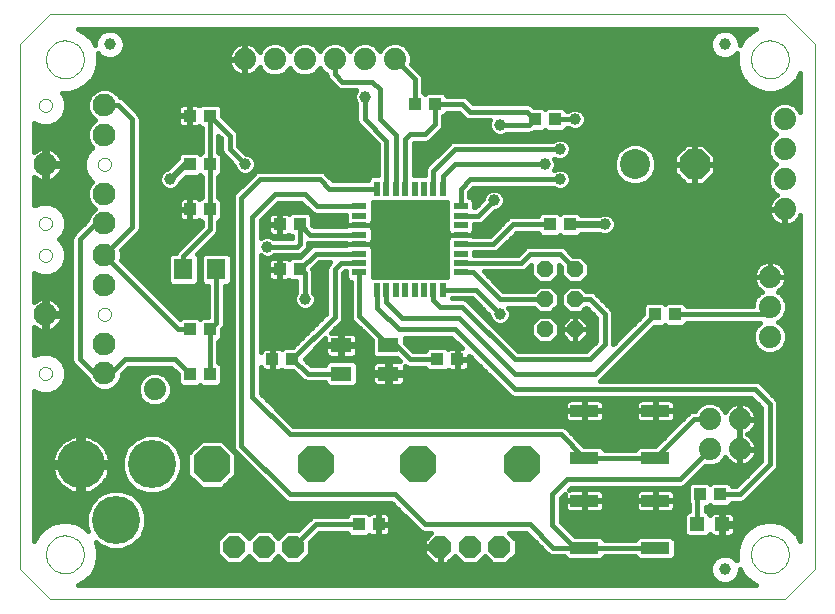
<source format=gtl>
G75*
G70*
%OFA0B0*%
%FSLAX24Y24*%
%IPPOS*%
%LPD*%
%AMOC8*
5,1,8,0,0,1.08239X$1,22.5*
%
%ADD10C,0.0000*%
%ADD11R,0.0433X0.0394*%
%ADD12R,0.0394X0.0433*%
%ADD13C,0.0740*%
%ADD14R,0.0500X0.0220*%
%ADD15R,0.0220X0.0500*%
%ADD16OC8,0.0520*%
%ADD17C,0.0760*%
%ADD18C,0.1000*%
%ADD19OC8,0.1000*%
%ADD20R,0.0945X0.0394*%
%ADD21R,0.0630X0.0709*%
%ADD22OC8,0.0740*%
%ADD23OC8,0.1230*%
%ADD24C,0.0394*%
%ADD25C,0.1600*%
%ADD26R,0.0709X0.0472*%
%ADD27R,0.0472X0.0472*%
%ADD28C,0.0160*%
%ADD29C,0.0396*%
%ADD30C,0.0240*%
D10*
X001849Y001180D02*
X001849Y018680D01*
X002849Y019680D01*
X027349Y019680D01*
X028349Y018680D01*
X028349Y001180D01*
X027349Y000180D01*
X002849Y000180D01*
X001849Y001180D01*
X002719Y001680D02*
X002721Y001730D01*
X002727Y001780D01*
X002737Y001829D01*
X002751Y001877D01*
X002768Y001924D01*
X002789Y001969D01*
X002814Y002013D01*
X002842Y002054D01*
X002874Y002093D01*
X002908Y002130D01*
X002945Y002164D01*
X002985Y002194D01*
X003027Y002221D01*
X003071Y002245D01*
X003117Y002266D01*
X003164Y002282D01*
X003212Y002295D01*
X003262Y002304D01*
X003311Y002309D01*
X003362Y002310D01*
X003412Y002307D01*
X003461Y002300D01*
X003510Y002289D01*
X003558Y002274D01*
X003604Y002256D01*
X003649Y002234D01*
X003692Y002208D01*
X003733Y002179D01*
X003772Y002147D01*
X003808Y002112D01*
X003840Y002074D01*
X003870Y002034D01*
X003897Y001991D01*
X003920Y001947D01*
X003939Y001901D01*
X003955Y001853D01*
X003967Y001804D01*
X003975Y001755D01*
X003979Y001705D01*
X003979Y001655D01*
X003975Y001605D01*
X003967Y001556D01*
X003955Y001507D01*
X003939Y001459D01*
X003920Y001413D01*
X003897Y001369D01*
X003870Y001326D01*
X003840Y001286D01*
X003808Y001248D01*
X003772Y001213D01*
X003733Y001181D01*
X003692Y001152D01*
X003649Y001126D01*
X003604Y001104D01*
X003558Y001086D01*
X003510Y001071D01*
X003461Y001060D01*
X003412Y001053D01*
X003362Y001050D01*
X003311Y001051D01*
X003262Y001056D01*
X003212Y001065D01*
X003164Y001078D01*
X003117Y001094D01*
X003071Y001115D01*
X003027Y001139D01*
X002985Y001166D01*
X002945Y001196D01*
X002908Y001230D01*
X002874Y001267D01*
X002842Y001306D01*
X002814Y001347D01*
X002789Y001391D01*
X002768Y001436D01*
X002751Y001483D01*
X002737Y001531D01*
X002727Y001580D01*
X002721Y001630D01*
X002719Y001680D01*
X002482Y007711D02*
X002484Y007740D01*
X002490Y007768D01*
X002499Y007796D01*
X002512Y007822D01*
X002529Y007845D01*
X002548Y007867D01*
X002570Y007886D01*
X002595Y007901D01*
X002621Y007914D01*
X002649Y007922D01*
X002677Y007927D01*
X002706Y007928D01*
X002735Y007925D01*
X002763Y007918D01*
X002790Y007908D01*
X002816Y007894D01*
X002839Y007877D01*
X002860Y007857D01*
X002878Y007834D01*
X002893Y007809D01*
X002904Y007782D01*
X002912Y007754D01*
X002916Y007725D01*
X002916Y007697D01*
X002912Y007668D01*
X002904Y007640D01*
X002893Y007613D01*
X002878Y007588D01*
X002860Y007565D01*
X002839Y007545D01*
X002816Y007528D01*
X002790Y007514D01*
X002763Y007504D01*
X002735Y007497D01*
X002706Y007494D01*
X002677Y007495D01*
X002649Y007500D01*
X002621Y007508D01*
X002595Y007521D01*
X002570Y007536D01*
X002548Y007555D01*
X002529Y007577D01*
X002512Y007600D01*
X002499Y007626D01*
X002490Y007654D01*
X002484Y007682D01*
X002482Y007711D01*
X004451Y009680D02*
X004453Y009709D01*
X004459Y009737D01*
X004468Y009765D01*
X004481Y009791D01*
X004498Y009814D01*
X004517Y009836D01*
X004539Y009855D01*
X004564Y009870D01*
X004590Y009883D01*
X004618Y009891D01*
X004646Y009896D01*
X004675Y009897D01*
X004704Y009894D01*
X004732Y009887D01*
X004759Y009877D01*
X004785Y009863D01*
X004808Y009846D01*
X004829Y009826D01*
X004847Y009803D01*
X004862Y009778D01*
X004873Y009751D01*
X004881Y009723D01*
X004885Y009694D01*
X004885Y009666D01*
X004881Y009637D01*
X004873Y009609D01*
X004862Y009582D01*
X004847Y009557D01*
X004829Y009534D01*
X004808Y009514D01*
X004785Y009497D01*
X004759Y009483D01*
X004732Y009473D01*
X004704Y009466D01*
X004675Y009463D01*
X004646Y009464D01*
X004618Y009469D01*
X004590Y009477D01*
X004564Y009490D01*
X004539Y009505D01*
X004517Y009524D01*
X004498Y009546D01*
X004481Y009569D01*
X004468Y009595D01*
X004459Y009623D01*
X004453Y009651D01*
X004451Y009680D01*
X002482Y011649D02*
X002484Y011678D01*
X002490Y011706D01*
X002499Y011734D01*
X002512Y011760D01*
X002529Y011783D01*
X002548Y011805D01*
X002570Y011824D01*
X002595Y011839D01*
X002621Y011852D01*
X002649Y011860D01*
X002677Y011865D01*
X002706Y011866D01*
X002735Y011863D01*
X002763Y011856D01*
X002790Y011846D01*
X002816Y011832D01*
X002839Y011815D01*
X002860Y011795D01*
X002878Y011772D01*
X002893Y011747D01*
X002904Y011720D01*
X002912Y011692D01*
X002916Y011663D01*
X002916Y011635D01*
X002912Y011606D01*
X002904Y011578D01*
X002893Y011551D01*
X002878Y011526D01*
X002860Y011503D01*
X002839Y011483D01*
X002816Y011466D01*
X002790Y011452D01*
X002763Y011442D01*
X002735Y011435D01*
X002706Y011432D01*
X002677Y011433D01*
X002649Y011438D01*
X002621Y011446D01*
X002595Y011459D01*
X002570Y011474D01*
X002548Y011493D01*
X002529Y011515D01*
X002512Y011538D01*
X002499Y011564D01*
X002490Y011592D01*
X002484Y011620D01*
X002482Y011649D01*
X002482Y012711D02*
X002484Y012740D01*
X002490Y012768D01*
X002499Y012796D01*
X002512Y012822D01*
X002529Y012845D01*
X002548Y012867D01*
X002570Y012886D01*
X002595Y012901D01*
X002621Y012914D01*
X002649Y012922D01*
X002677Y012927D01*
X002706Y012928D01*
X002735Y012925D01*
X002763Y012918D01*
X002790Y012908D01*
X002816Y012894D01*
X002839Y012877D01*
X002860Y012857D01*
X002878Y012834D01*
X002893Y012809D01*
X002904Y012782D01*
X002912Y012754D01*
X002916Y012725D01*
X002916Y012697D01*
X002912Y012668D01*
X002904Y012640D01*
X002893Y012613D01*
X002878Y012588D01*
X002860Y012565D01*
X002839Y012545D01*
X002816Y012528D01*
X002790Y012514D01*
X002763Y012504D01*
X002735Y012497D01*
X002706Y012494D01*
X002677Y012495D01*
X002649Y012500D01*
X002621Y012508D01*
X002595Y012521D01*
X002570Y012536D01*
X002548Y012555D01*
X002529Y012577D01*
X002512Y012600D01*
X002499Y012626D01*
X002490Y012654D01*
X002484Y012682D01*
X002482Y012711D01*
X004451Y014680D02*
X004453Y014709D01*
X004459Y014737D01*
X004468Y014765D01*
X004481Y014791D01*
X004498Y014814D01*
X004517Y014836D01*
X004539Y014855D01*
X004564Y014870D01*
X004590Y014883D01*
X004618Y014891D01*
X004646Y014896D01*
X004675Y014897D01*
X004704Y014894D01*
X004732Y014887D01*
X004759Y014877D01*
X004785Y014863D01*
X004808Y014846D01*
X004829Y014826D01*
X004847Y014803D01*
X004862Y014778D01*
X004873Y014751D01*
X004881Y014723D01*
X004885Y014694D01*
X004885Y014666D01*
X004881Y014637D01*
X004873Y014609D01*
X004862Y014582D01*
X004847Y014557D01*
X004829Y014534D01*
X004808Y014514D01*
X004785Y014497D01*
X004759Y014483D01*
X004732Y014473D01*
X004704Y014466D01*
X004675Y014463D01*
X004646Y014464D01*
X004618Y014469D01*
X004590Y014477D01*
X004564Y014490D01*
X004539Y014505D01*
X004517Y014524D01*
X004498Y014546D01*
X004481Y014569D01*
X004468Y014595D01*
X004459Y014623D01*
X004453Y014651D01*
X004451Y014680D01*
X002482Y016649D02*
X002484Y016678D01*
X002490Y016706D01*
X002499Y016734D01*
X002512Y016760D01*
X002529Y016783D01*
X002548Y016805D01*
X002570Y016824D01*
X002595Y016839D01*
X002621Y016852D01*
X002649Y016860D01*
X002677Y016865D01*
X002706Y016866D01*
X002735Y016863D01*
X002763Y016856D01*
X002790Y016846D01*
X002816Y016832D01*
X002839Y016815D01*
X002860Y016795D01*
X002878Y016772D01*
X002893Y016747D01*
X002904Y016720D01*
X002912Y016692D01*
X002916Y016663D01*
X002916Y016635D01*
X002912Y016606D01*
X002904Y016578D01*
X002893Y016551D01*
X002878Y016526D01*
X002860Y016503D01*
X002839Y016483D01*
X002816Y016466D01*
X002790Y016452D01*
X002763Y016442D01*
X002735Y016435D01*
X002706Y016432D01*
X002677Y016433D01*
X002649Y016438D01*
X002621Y016446D01*
X002595Y016459D01*
X002570Y016474D01*
X002548Y016493D01*
X002529Y016515D01*
X002512Y016538D01*
X002499Y016564D01*
X002490Y016592D01*
X002484Y016620D01*
X002482Y016649D01*
X002719Y018180D02*
X002721Y018230D01*
X002727Y018280D01*
X002737Y018329D01*
X002751Y018377D01*
X002768Y018424D01*
X002789Y018469D01*
X002814Y018513D01*
X002842Y018554D01*
X002874Y018593D01*
X002908Y018630D01*
X002945Y018664D01*
X002985Y018694D01*
X003027Y018721D01*
X003071Y018745D01*
X003117Y018766D01*
X003164Y018782D01*
X003212Y018795D01*
X003262Y018804D01*
X003311Y018809D01*
X003362Y018810D01*
X003412Y018807D01*
X003461Y018800D01*
X003510Y018789D01*
X003558Y018774D01*
X003604Y018756D01*
X003649Y018734D01*
X003692Y018708D01*
X003733Y018679D01*
X003772Y018647D01*
X003808Y018612D01*
X003840Y018574D01*
X003870Y018534D01*
X003897Y018491D01*
X003920Y018447D01*
X003939Y018401D01*
X003955Y018353D01*
X003967Y018304D01*
X003975Y018255D01*
X003979Y018205D01*
X003979Y018155D01*
X003975Y018105D01*
X003967Y018056D01*
X003955Y018007D01*
X003939Y017959D01*
X003920Y017913D01*
X003897Y017869D01*
X003870Y017826D01*
X003840Y017786D01*
X003808Y017748D01*
X003772Y017713D01*
X003733Y017681D01*
X003692Y017652D01*
X003649Y017626D01*
X003604Y017604D01*
X003558Y017586D01*
X003510Y017571D01*
X003461Y017560D01*
X003412Y017553D01*
X003362Y017550D01*
X003311Y017551D01*
X003262Y017556D01*
X003212Y017565D01*
X003164Y017578D01*
X003117Y017594D01*
X003071Y017615D01*
X003027Y017639D01*
X002985Y017666D01*
X002945Y017696D01*
X002908Y017730D01*
X002874Y017767D01*
X002842Y017806D01*
X002814Y017847D01*
X002789Y017891D01*
X002768Y017936D01*
X002751Y017983D01*
X002737Y018031D01*
X002727Y018080D01*
X002721Y018130D01*
X002719Y018180D01*
X026219Y018180D02*
X026221Y018230D01*
X026227Y018280D01*
X026237Y018329D01*
X026251Y018377D01*
X026268Y018424D01*
X026289Y018469D01*
X026314Y018513D01*
X026342Y018554D01*
X026374Y018593D01*
X026408Y018630D01*
X026445Y018664D01*
X026485Y018694D01*
X026527Y018721D01*
X026571Y018745D01*
X026617Y018766D01*
X026664Y018782D01*
X026712Y018795D01*
X026762Y018804D01*
X026811Y018809D01*
X026862Y018810D01*
X026912Y018807D01*
X026961Y018800D01*
X027010Y018789D01*
X027058Y018774D01*
X027104Y018756D01*
X027149Y018734D01*
X027192Y018708D01*
X027233Y018679D01*
X027272Y018647D01*
X027308Y018612D01*
X027340Y018574D01*
X027370Y018534D01*
X027397Y018491D01*
X027420Y018447D01*
X027439Y018401D01*
X027455Y018353D01*
X027467Y018304D01*
X027475Y018255D01*
X027479Y018205D01*
X027479Y018155D01*
X027475Y018105D01*
X027467Y018056D01*
X027455Y018007D01*
X027439Y017959D01*
X027420Y017913D01*
X027397Y017869D01*
X027370Y017826D01*
X027340Y017786D01*
X027308Y017748D01*
X027272Y017713D01*
X027233Y017681D01*
X027192Y017652D01*
X027149Y017626D01*
X027104Y017604D01*
X027058Y017586D01*
X027010Y017571D01*
X026961Y017560D01*
X026912Y017553D01*
X026862Y017550D01*
X026811Y017551D01*
X026762Y017556D01*
X026712Y017565D01*
X026664Y017578D01*
X026617Y017594D01*
X026571Y017615D01*
X026527Y017639D01*
X026485Y017666D01*
X026445Y017696D01*
X026408Y017730D01*
X026374Y017767D01*
X026342Y017806D01*
X026314Y017847D01*
X026289Y017891D01*
X026268Y017936D01*
X026251Y017983D01*
X026237Y018031D01*
X026227Y018080D01*
X026221Y018130D01*
X026219Y018180D01*
X026219Y001680D02*
X026221Y001730D01*
X026227Y001780D01*
X026237Y001829D01*
X026251Y001877D01*
X026268Y001924D01*
X026289Y001969D01*
X026314Y002013D01*
X026342Y002054D01*
X026374Y002093D01*
X026408Y002130D01*
X026445Y002164D01*
X026485Y002194D01*
X026527Y002221D01*
X026571Y002245D01*
X026617Y002266D01*
X026664Y002282D01*
X026712Y002295D01*
X026762Y002304D01*
X026811Y002309D01*
X026862Y002310D01*
X026912Y002307D01*
X026961Y002300D01*
X027010Y002289D01*
X027058Y002274D01*
X027104Y002256D01*
X027149Y002234D01*
X027192Y002208D01*
X027233Y002179D01*
X027272Y002147D01*
X027308Y002112D01*
X027340Y002074D01*
X027370Y002034D01*
X027397Y001991D01*
X027420Y001947D01*
X027439Y001901D01*
X027455Y001853D01*
X027467Y001804D01*
X027475Y001755D01*
X027479Y001705D01*
X027479Y001655D01*
X027475Y001605D01*
X027467Y001556D01*
X027455Y001507D01*
X027439Y001459D01*
X027420Y001413D01*
X027397Y001369D01*
X027370Y001326D01*
X027340Y001286D01*
X027308Y001248D01*
X027272Y001213D01*
X027233Y001181D01*
X027192Y001152D01*
X027149Y001126D01*
X027104Y001104D01*
X027058Y001086D01*
X027010Y001071D01*
X026961Y001060D01*
X026912Y001053D01*
X026862Y001050D01*
X026811Y001051D01*
X026762Y001056D01*
X026712Y001065D01*
X026664Y001078D01*
X026617Y001094D01*
X026571Y001115D01*
X026527Y001139D01*
X026485Y001166D01*
X026445Y001196D01*
X026408Y001230D01*
X026374Y001267D01*
X026342Y001306D01*
X026314Y001347D01*
X026289Y001391D01*
X026268Y001436D01*
X026251Y001483D01*
X026237Y001531D01*
X026227Y001580D01*
X026221Y001630D01*
X026219Y001680D01*
D11*
X016434Y008180D03*
X015764Y008180D03*
X011184Y011180D03*
X010514Y011180D03*
X010514Y012680D03*
X011184Y012680D03*
X008184Y016305D03*
X007514Y016305D03*
X015014Y016680D03*
X015684Y016680D03*
X010934Y008180D03*
X010264Y008180D03*
D12*
X008184Y007680D03*
X007514Y007680D03*
X007514Y009180D03*
X008184Y009180D03*
X008184Y013180D03*
X007514Y013180D03*
X007514Y014680D03*
X008184Y014680D03*
X019014Y016180D03*
X019684Y016180D03*
X019514Y012680D03*
X020184Y012680D03*
X023014Y009680D03*
X023684Y009680D03*
X024514Y003680D03*
X025184Y003680D03*
X013809Y002680D03*
X013139Y002680D03*
D13*
X006349Y007180D03*
X009349Y018180D03*
X010349Y018180D03*
X011349Y018180D03*
X012349Y018180D03*
X013349Y018180D03*
X014349Y018180D03*
X026849Y010930D03*
X026849Y009930D03*
X026849Y008930D03*
X025849Y006180D03*
X024849Y006180D03*
X024849Y005180D03*
X025849Y005180D03*
X027349Y013180D03*
X027349Y014180D03*
X027349Y015180D03*
X027349Y016180D03*
D14*
X016539Y013282D03*
X016539Y012967D03*
X016539Y012652D03*
X016539Y012337D03*
X016539Y012023D03*
X016539Y011708D03*
X016539Y011393D03*
X016539Y011078D03*
X013159Y011078D03*
X013159Y011393D03*
X013159Y011708D03*
X013159Y012023D03*
X013159Y012337D03*
X013159Y012652D03*
X013159Y012967D03*
X013159Y013282D03*
D15*
X013747Y013870D03*
X014062Y013870D03*
X014377Y013870D03*
X014692Y013870D03*
X015007Y013870D03*
X015321Y013870D03*
X015636Y013870D03*
X015951Y013870D03*
X015951Y010490D03*
X015636Y010490D03*
X015321Y010490D03*
X015007Y010490D03*
X014692Y010490D03*
X014377Y010490D03*
X014062Y010490D03*
X013747Y010490D03*
D16*
X019349Y010180D03*
X020349Y010180D03*
X020349Y009180D03*
X019349Y009180D03*
X019349Y011180D03*
X020349Y011180D03*
D17*
X004668Y011649D03*
X004668Y010664D03*
X002699Y009680D03*
X004668Y008696D03*
X004668Y007711D03*
X004668Y012711D03*
X004668Y013696D03*
X002699Y014680D03*
X004668Y015664D03*
X004668Y016649D03*
D18*
X022349Y014680D03*
D19*
X024349Y014680D03*
D20*
X023030Y006467D03*
X023030Y004893D03*
X023030Y003467D03*
X023030Y001893D03*
X020668Y001893D03*
X020668Y003467D03*
X020668Y004893D03*
X020668Y006467D03*
D21*
X008400Y011180D03*
X007298Y011180D03*
D22*
X008990Y001924D03*
X009974Y001924D03*
X010958Y001924D03*
X015865Y001924D03*
X016849Y001924D03*
X017833Y001924D03*
D23*
X018581Y004680D03*
X015117Y004680D03*
X011706Y004680D03*
X008242Y004680D03*
D24*
X025349Y001180D03*
X025349Y018680D03*
X004849Y018680D03*
D25*
X003881Y004680D03*
X006243Y004680D03*
X005062Y002830D03*
D26*
X012562Y007708D03*
X012562Y008652D03*
X014136Y008652D03*
X014136Y007708D03*
D27*
X024436Y002680D03*
X025262Y002680D03*
D28*
X025301Y002716D02*
X026427Y002716D01*
X026421Y002714D02*
X026168Y002568D01*
X025961Y002362D01*
X025815Y002108D01*
X025739Y001826D01*
X025739Y001534D01*
X025754Y001478D01*
X025731Y001501D01*
X025712Y001529D01*
X025701Y001531D01*
X025700Y001532D01*
X025698Y001543D01*
X025670Y001562D01*
X025646Y001587D01*
X025635Y001587D01*
X025633Y001588D01*
X025630Y001598D01*
X025599Y001612D01*
X025571Y001632D01*
X025560Y001630D01*
X025558Y001631D01*
X025553Y001640D01*
X025520Y001649D01*
X025489Y001664D01*
X025479Y001660D01*
X025477Y001661D01*
X025470Y001669D01*
X025436Y001672D01*
X025403Y001680D01*
X025394Y001675D01*
X025391Y001675D01*
X025383Y001682D01*
X025349Y001679D01*
X025315Y001682D01*
X025307Y001675D01*
X025305Y001675D01*
X025296Y001680D01*
X025262Y001672D01*
X025228Y001669D01*
X025222Y001661D01*
X025219Y001660D01*
X025209Y001664D01*
X025178Y001649D01*
X025145Y001640D01*
X025140Y001631D01*
X025138Y001630D01*
X025128Y001632D01*
X025100Y001612D01*
X025068Y001598D01*
X025065Y001588D01*
X025063Y001587D01*
X025052Y001587D01*
X025028Y001562D01*
X025000Y001543D01*
X024998Y001532D01*
X024997Y001531D01*
X024986Y001529D01*
X024967Y001501D01*
X024942Y001477D01*
X024942Y001466D01*
X024941Y001464D01*
X024931Y001461D01*
X024917Y001430D01*
X024897Y001401D01*
X024899Y001391D01*
X024898Y001389D01*
X024889Y001384D01*
X024880Y001351D01*
X024866Y001320D01*
X024869Y001310D01*
X024868Y001308D01*
X024861Y001301D01*
X024858Y001267D01*
X024849Y001234D01*
X024854Y001225D01*
X024854Y001222D01*
X024847Y001214D01*
X024850Y001180D01*
X024847Y001146D01*
X024854Y001138D01*
X024854Y001135D01*
X024849Y001126D01*
X024858Y001093D01*
X024861Y001059D01*
X024868Y001052D01*
X024869Y001050D01*
X024866Y001040D01*
X024880Y001009D01*
X024889Y000976D01*
X024898Y000971D01*
X024899Y000969D01*
X024897Y000959D01*
X024917Y000930D01*
X024931Y000899D01*
X024941Y000896D01*
X024942Y000894D01*
X024942Y000883D01*
X024967Y000859D01*
X024986Y000831D01*
X024997Y000829D01*
X024998Y000828D01*
X025000Y000817D01*
X025028Y000798D01*
X025052Y000773D01*
X025063Y000773D01*
X025065Y000772D01*
X025068Y000762D01*
X025100Y000748D01*
X025128Y000728D01*
X025138Y000730D01*
X025140Y000729D01*
X025145Y000720D01*
X025178Y000711D01*
X025209Y000696D01*
X025219Y000700D01*
X025222Y000699D01*
X025228Y000691D01*
X025262Y000688D01*
X025296Y000680D01*
X025305Y000685D01*
X025307Y000685D01*
X025315Y000678D01*
X025349Y000681D01*
X025383Y000678D01*
X025391Y000685D01*
X025394Y000685D01*
X025403Y000680D01*
X025436Y000688D01*
X025470Y000691D01*
X025477Y000699D01*
X025479Y000700D01*
X025489Y000696D01*
X025520Y000711D01*
X025553Y000720D01*
X025558Y000729D01*
X025560Y000730D01*
X025571Y000728D01*
X025599Y000748D01*
X025630Y000762D01*
X025633Y000772D01*
X025635Y000773D01*
X025646Y000773D01*
X025670Y000798D01*
X025698Y000817D01*
X025700Y000828D01*
X025701Y000829D01*
X025712Y000831D01*
X025731Y000859D01*
X025756Y000883D01*
X025756Y000894D01*
X025757Y000896D01*
X025767Y000899D01*
X025781Y000930D01*
X025801Y000959D01*
X025799Y000969D01*
X025800Y000971D01*
X025809Y000976D01*
X025818Y001009D01*
X025833Y001040D01*
X025829Y001050D01*
X025830Y001052D01*
X025838Y001059D01*
X025841Y001093D01*
X025849Y001126D01*
X025844Y001135D01*
X025844Y001138D01*
X025851Y001146D01*
X025848Y001180D01*
X025849Y001192D01*
X025961Y000998D01*
X026168Y000792D01*
X026396Y000660D01*
X003802Y000660D01*
X004031Y000792D01*
X004237Y000998D01*
X004383Y001252D01*
X004459Y001534D01*
X004459Y001826D01*
X004389Y002088D01*
X004495Y001982D01*
X004863Y001830D01*
X005261Y001830D01*
X005628Y001982D01*
X005909Y002263D01*
X006062Y002631D01*
X006062Y003029D01*
X005909Y003396D01*
X005628Y003677D01*
X005261Y003830D01*
X004863Y003830D01*
X004495Y003677D01*
X004214Y003396D01*
X004062Y003029D01*
X004062Y002631D01*
X004128Y002471D01*
X004031Y002568D01*
X003777Y002714D01*
X003495Y002790D01*
X003203Y002790D01*
X002921Y002714D01*
X002668Y002568D01*
X002461Y002362D01*
X002329Y002133D01*
X002329Y007111D01*
X002561Y007015D01*
X002838Y007015D01*
X003094Y007121D01*
X003290Y007317D01*
X003396Y007573D01*
X003396Y007850D01*
X003290Y008106D01*
X003094Y008302D01*
X002838Y008408D01*
X002561Y008408D01*
X002329Y008312D01*
X002329Y009258D01*
X002334Y009253D01*
X002406Y009201D01*
X002484Y009161D01*
X002568Y009134D01*
X002655Y009120D01*
X002661Y009120D01*
X002661Y009642D01*
X002737Y009642D01*
X002737Y009120D01*
X002743Y009120D01*
X002830Y009134D01*
X002914Y009161D01*
X002993Y009201D01*
X003064Y009253D01*
X003126Y009315D01*
X003178Y009386D01*
X003218Y009465D01*
X003245Y009549D01*
X003259Y009636D01*
X003259Y009642D01*
X002737Y009642D01*
X002737Y009718D01*
X002661Y009718D01*
X002661Y010240D01*
X002655Y010240D01*
X002568Y010226D01*
X002484Y010199D01*
X002406Y010159D01*
X002334Y010107D01*
X002329Y010102D01*
X002329Y011048D01*
X002561Y010952D01*
X002838Y010952D01*
X003094Y011058D01*
X003290Y011254D01*
X003396Y011510D01*
X003396Y011787D01*
X003290Y012043D01*
X003153Y012180D01*
X003290Y012317D01*
X003396Y012573D01*
X003396Y012850D01*
X003290Y013106D01*
X003094Y013302D01*
X002838Y013408D01*
X002561Y013408D01*
X002329Y013312D01*
X002329Y014258D01*
X002334Y014253D01*
X002406Y014201D01*
X002484Y014161D01*
X002568Y014134D01*
X002655Y014120D01*
X002661Y014120D01*
X002661Y014642D01*
X002737Y014642D01*
X002737Y014120D01*
X002743Y014120D01*
X002830Y014134D01*
X002914Y014161D01*
X002993Y014201D01*
X003064Y014253D01*
X003126Y014315D01*
X003178Y014386D01*
X003218Y014465D01*
X003245Y014549D01*
X003259Y014636D01*
X003259Y014642D01*
X002737Y014642D01*
X002737Y014718D01*
X002661Y014718D01*
X002661Y015240D01*
X002655Y015240D01*
X002568Y015226D01*
X002484Y015199D01*
X002406Y015159D01*
X002334Y015107D01*
X002329Y015102D01*
X002329Y016048D01*
X002561Y015952D01*
X002838Y015952D01*
X003094Y016058D01*
X003290Y016254D01*
X003396Y016510D01*
X003396Y016787D01*
X003290Y017043D01*
X003263Y017070D01*
X003495Y017070D01*
X003777Y017146D01*
X004031Y017292D01*
X004237Y017498D01*
X004383Y017752D01*
X004459Y018034D01*
X004459Y018326D01*
X004444Y018382D01*
X004467Y018359D01*
X004486Y018331D01*
X004497Y018329D01*
X004498Y018328D01*
X004500Y018317D01*
X004528Y018298D01*
X004552Y018273D01*
X004563Y018273D01*
X004565Y018272D01*
X004568Y018262D01*
X004600Y018248D01*
X004628Y018228D01*
X004638Y018230D01*
X004640Y018229D01*
X004645Y018220D01*
X004678Y018211D01*
X004709Y018196D01*
X004719Y018200D01*
X004722Y018199D01*
X004728Y018191D01*
X004762Y018188D01*
X004796Y018180D01*
X004805Y018185D01*
X004807Y018185D01*
X004815Y018178D01*
X004849Y018181D01*
X004883Y018178D01*
X004891Y018185D01*
X004894Y018185D01*
X004903Y018180D01*
X004936Y018188D01*
X004970Y018191D01*
X004977Y018199D01*
X004979Y018200D01*
X004989Y018196D01*
X005020Y018211D01*
X005053Y018220D01*
X005058Y018229D01*
X005060Y018230D01*
X005071Y018228D01*
X005099Y018248D01*
X005130Y018262D01*
X005133Y018272D01*
X005135Y018273D01*
X005146Y018273D01*
X005170Y018298D01*
X005198Y018317D01*
X005200Y018328D01*
X005201Y018329D01*
X005212Y018331D01*
X005231Y018359D01*
X005256Y018383D01*
X005256Y018394D01*
X005257Y018396D01*
X005267Y018399D01*
X005281Y018430D01*
X005301Y018459D01*
X005299Y018469D01*
X005300Y018471D01*
X005309Y018476D01*
X005318Y018509D01*
X005333Y018540D01*
X005329Y018550D01*
X005330Y018552D01*
X005338Y018559D01*
X005341Y018593D01*
X005349Y018626D01*
X005344Y018635D01*
X005344Y018638D01*
X005351Y018646D01*
X005348Y018680D01*
X005351Y018714D01*
X005344Y018722D01*
X005344Y018725D01*
X005349Y018734D01*
X005341Y018767D01*
X005338Y018801D01*
X005330Y018808D01*
X005329Y018810D01*
X005333Y018820D01*
X005318Y018851D01*
X005309Y018884D01*
X005300Y018889D01*
X005299Y018891D01*
X005301Y018901D01*
X005281Y018930D01*
X005267Y018961D01*
X005257Y018964D01*
X005256Y018966D01*
X005256Y018977D01*
X005231Y019001D01*
X005212Y019029D01*
X005201Y019031D01*
X005200Y019032D01*
X005198Y019043D01*
X005170Y019062D01*
X005146Y019087D01*
X005135Y019087D01*
X005133Y019088D01*
X005130Y019098D01*
X005099Y019112D01*
X005071Y019132D01*
X005060Y019130D01*
X005058Y019131D01*
X005053Y019140D01*
X005020Y019149D01*
X004989Y019164D01*
X004979Y019160D01*
X004977Y019161D01*
X004970Y019169D01*
X004936Y019172D01*
X004903Y019180D01*
X004894Y019175D01*
X004891Y019175D01*
X004883Y019182D01*
X004849Y019179D01*
X004815Y019182D01*
X004807Y019175D01*
X004805Y019175D01*
X004796Y019180D01*
X004762Y019172D01*
X004728Y019169D01*
X004722Y019161D01*
X004719Y019160D01*
X004709Y019164D01*
X004678Y019149D01*
X004645Y019140D01*
X004640Y019131D01*
X004638Y019130D01*
X004628Y019132D01*
X004600Y019112D01*
X004568Y019098D01*
X004565Y019088D01*
X004563Y019087D01*
X004552Y019087D01*
X004528Y019062D01*
X004500Y019043D01*
X004498Y019032D01*
X004497Y019031D01*
X004486Y019029D01*
X004467Y019001D01*
X004442Y018977D01*
X004442Y018966D01*
X004441Y018964D01*
X004431Y018961D01*
X004417Y018930D01*
X004397Y018901D01*
X004399Y018891D01*
X004398Y018889D01*
X004389Y018884D01*
X004380Y018851D01*
X004366Y018820D01*
X004369Y018810D01*
X004368Y018808D01*
X004361Y018801D01*
X004358Y018767D01*
X004349Y018734D01*
X004354Y018725D01*
X004354Y018722D01*
X004347Y018714D01*
X004350Y018680D01*
X004349Y018668D01*
X004237Y018862D01*
X004031Y019068D01*
X003802Y019200D01*
X026396Y019200D01*
X026168Y019068D01*
X025961Y018862D01*
X025849Y018668D01*
X025848Y018680D01*
X025851Y018714D01*
X025844Y018722D01*
X025844Y018725D01*
X025849Y018734D01*
X025841Y018767D01*
X025838Y018801D01*
X025830Y018808D01*
X025829Y018810D01*
X025833Y018820D01*
X025818Y018851D01*
X025809Y018884D01*
X025800Y018889D01*
X025799Y018891D01*
X025801Y018901D01*
X025781Y018930D01*
X025767Y018961D01*
X025757Y018964D01*
X025756Y018966D01*
X025756Y018977D01*
X025731Y019001D01*
X025712Y019029D01*
X025701Y019031D01*
X025700Y019032D01*
X025698Y019043D01*
X025670Y019062D01*
X025646Y019087D01*
X025635Y019087D01*
X025633Y019088D01*
X025630Y019098D01*
X025599Y019112D01*
X025571Y019132D01*
X025560Y019130D01*
X025558Y019131D01*
X025553Y019140D01*
X025520Y019149D01*
X025489Y019164D01*
X025479Y019160D01*
X025477Y019161D01*
X025470Y019169D01*
X025436Y019172D01*
X025403Y019180D01*
X025394Y019175D01*
X025391Y019175D01*
X025383Y019182D01*
X025349Y019179D01*
X025315Y019182D01*
X025307Y019175D01*
X025305Y019175D01*
X025296Y019180D01*
X025262Y019172D01*
X025228Y019169D01*
X025222Y019161D01*
X025219Y019160D01*
X025209Y019164D01*
X025178Y019149D01*
X025145Y019140D01*
X025140Y019131D01*
X025138Y019130D01*
X025128Y019132D01*
X025100Y019112D01*
X025068Y019098D01*
X025065Y019088D01*
X025063Y019087D01*
X025052Y019087D01*
X025028Y019062D01*
X025000Y019043D01*
X024998Y019032D01*
X024997Y019031D01*
X024986Y019029D01*
X024967Y019001D01*
X024942Y018977D01*
X024942Y018966D01*
X024941Y018964D01*
X024931Y018961D01*
X024917Y018930D01*
X024897Y018901D01*
X024899Y018891D01*
X024898Y018889D01*
X024889Y018884D01*
X024880Y018851D01*
X024866Y018820D01*
X024869Y018810D01*
X024868Y018808D01*
X024861Y018801D01*
X024858Y018767D01*
X024849Y018734D01*
X024854Y018725D01*
X024854Y018722D01*
X024847Y018714D01*
X024850Y018680D01*
X024847Y018646D01*
X024854Y018638D01*
X024854Y018635D01*
X024849Y018626D01*
X024858Y018593D01*
X024861Y018559D01*
X024868Y018552D01*
X024869Y018550D01*
X024866Y018540D01*
X024880Y018509D01*
X024889Y018476D01*
X024898Y018471D01*
X024899Y018469D01*
X024897Y018459D01*
X024917Y018430D01*
X024931Y018399D01*
X024941Y018396D01*
X024942Y018394D01*
X024942Y018383D01*
X024967Y018359D01*
X024986Y018331D01*
X024997Y018329D01*
X024998Y018328D01*
X025000Y018317D01*
X025028Y018298D01*
X025052Y018273D01*
X025063Y018273D01*
X025065Y018272D01*
X025068Y018262D01*
X025100Y018248D01*
X025128Y018228D01*
X025138Y018230D01*
X025140Y018229D01*
X025145Y018220D01*
X025178Y018211D01*
X025209Y018196D01*
X025219Y018200D01*
X025222Y018199D01*
X025228Y018191D01*
X025262Y018188D01*
X025296Y018180D01*
X025305Y018185D01*
X025307Y018185D01*
X025315Y018178D01*
X025349Y018181D01*
X025383Y018178D01*
X025391Y018185D01*
X025394Y018185D01*
X025403Y018180D01*
X025436Y018188D01*
X025470Y018191D01*
X025477Y018199D01*
X025479Y018200D01*
X025489Y018196D01*
X025520Y018211D01*
X025553Y018220D01*
X025558Y018229D01*
X025560Y018230D01*
X025571Y018228D01*
X025599Y018248D01*
X025630Y018262D01*
X025633Y018272D01*
X025635Y018273D01*
X025646Y018273D01*
X025670Y018298D01*
X025698Y018317D01*
X025700Y018328D01*
X025701Y018329D01*
X025712Y018331D01*
X025731Y018359D01*
X025754Y018382D01*
X025739Y018326D01*
X025739Y018034D01*
X025815Y017752D01*
X025961Y017498D01*
X026168Y017292D01*
X026421Y017146D01*
X026703Y017070D01*
X026995Y017070D01*
X027277Y017146D01*
X027531Y017292D01*
X027737Y017498D01*
X027869Y017727D01*
X027869Y016414D01*
X027832Y016503D01*
X027672Y016663D01*
X027462Y016750D01*
X027236Y016750D01*
X027026Y016663D01*
X026866Y016503D01*
X026779Y016293D01*
X026779Y016067D01*
X026866Y015857D01*
X027026Y015697D01*
X027067Y015680D01*
X027026Y015663D01*
X026866Y015503D01*
X026779Y015293D01*
X026779Y015067D01*
X026866Y014857D01*
X027026Y014697D01*
X027067Y014680D01*
X027026Y014663D01*
X026866Y014503D01*
X026779Y014293D01*
X026779Y014067D01*
X026866Y013857D01*
X027026Y013697D01*
X027095Y013668D01*
X027061Y013650D01*
X026991Y013600D01*
X026930Y013538D01*
X026879Y013468D01*
X026839Y013391D01*
X026813Y013309D01*
X026799Y013223D01*
X026799Y013200D01*
X027329Y013200D01*
X027329Y013160D01*
X026799Y013160D01*
X026799Y013137D01*
X026813Y013051D01*
X026839Y012969D01*
X026879Y012892D01*
X026930Y012822D01*
X026991Y012760D01*
X027061Y012710D01*
X027138Y012670D01*
X027220Y012644D01*
X027306Y012630D01*
X027329Y012630D01*
X027329Y013160D01*
X027369Y013160D01*
X027369Y012630D01*
X027392Y012630D01*
X027478Y012644D01*
X027560Y012670D01*
X027637Y012710D01*
X027707Y012760D01*
X027769Y012822D01*
X027819Y012892D01*
X027859Y012969D01*
X027869Y013001D01*
X027869Y002133D01*
X027737Y002362D01*
X027531Y002568D01*
X027277Y002714D01*
X026995Y002790D01*
X026703Y002790D01*
X026421Y002714D01*
X026157Y002558D02*
X025679Y002558D01*
X025679Y002642D02*
X025679Y002420D01*
X025666Y002374D01*
X025643Y002333D01*
X025609Y002300D01*
X025568Y002276D01*
X025522Y002264D01*
X025301Y002264D01*
X025301Y002642D01*
X025301Y002718D01*
X025679Y002718D01*
X025679Y002940D01*
X025666Y002986D01*
X025643Y003027D01*
X025609Y003060D01*
X025568Y003084D01*
X025522Y003096D01*
X025301Y003096D01*
X025301Y002718D01*
X025224Y002718D01*
X025224Y003096D01*
X025003Y003096D01*
X024957Y003084D01*
X024916Y003060D01*
X024882Y003027D01*
X024868Y003003D01*
X024755Y003116D01*
X024716Y003116D01*
X024716Y003263D01*
X024794Y003263D01*
X024849Y003318D01*
X024904Y003263D01*
X025463Y003263D01*
X025581Y003381D01*
X025581Y003400D01*
X025905Y003400D01*
X026008Y003443D01*
X026086Y003521D01*
X027086Y004521D01*
X027129Y004624D01*
X027129Y006736D01*
X027086Y006839D01*
X027008Y006917D01*
X026508Y007417D01*
X026405Y007460D01*
X021190Y007460D01*
X022994Y009263D01*
X023294Y009263D01*
X023349Y009318D01*
X023404Y009263D01*
X023963Y009263D01*
X024081Y009381D01*
X024081Y009400D01*
X026513Y009400D01*
X026366Y009253D01*
X026279Y009043D01*
X026279Y008817D01*
X026366Y008607D01*
X026526Y008447D01*
X026736Y008360D01*
X026962Y008360D01*
X027172Y008447D01*
X027332Y008607D01*
X027419Y008817D01*
X027419Y009043D01*
X027332Y009253D01*
X027172Y009413D01*
X027131Y009430D01*
X027172Y009447D01*
X027332Y009607D01*
X027419Y009817D01*
X027419Y010043D01*
X027332Y010253D01*
X027172Y010413D01*
X027103Y010442D01*
X027137Y010460D01*
X027207Y010510D01*
X027269Y010572D01*
X027319Y010642D01*
X027359Y010719D01*
X027386Y010801D01*
X027399Y010887D01*
X027399Y010930D01*
X027399Y010973D01*
X027386Y011059D01*
X027359Y011141D01*
X027319Y011218D01*
X027269Y011288D01*
X027207Y011350D01*
X027137Y011400D01*
X027060Y011440D01*
X026978Y011466D01*
X026892Y011480D01*
X026849Y011480D01*
X026806Y011480D01*
X026720Y011466D01*
X026638Y011440D01*
X026561Y011400D01*
X026491Y011350D01*
X026430Y011288D01*
X026379Y011218D01*
X026339Y011141D01*
X026313Y011059D01*
X026299Y010973D01*
X026299Y010930D01*
X026299Y010887D01*
X026313Y010801D01*
X026339Y010719D01*
X026379Y010642D01*
X026430Y010572D01*
X026491Y010510D01*
X026561Y010460D01*
X026595Y010442D01*
X026526Y010413D01*
X026366Y010253D01*
X026279Y010043D01*
X026279Y009960D01*
X024081Y009960D01*
X024081Y009979D01*
X023963Y010097D01*
X023404Y010097D01*
X023349Y010042D01*
X023294Y010097D01*
X022735Y010097D01*
X022618Y009979D01*
X022618Y009679D01*
X021629Y008691D01*
X021629Y009736D01*
X021586Y009839D01*
X021508Y009917D01*
X021008Y010417D01*
X020905Y010460D01*
X020720Y010460D01*
X020540Y010640D01*
X020159Y010640D01*
X019889Y010371D01*
X019889Y009989D01*
X020159Y009720D01*
X020540Y009720D01*
X020720Y009900D01*
X020733Y009900D01*
X021069Y009564D01*
X021069Y008796D01*
X020733Y008460D01*
X018465Y008460D01*
X016758Y010167D01*
X016655Y010210D01*
X016261Y010210D01*
X016923Y010210D01*
X017491Y009642D01*
X017491Y009609D01*
X017545Y009477D01*
X017646Y009376D01*
X017778Y009322D01*
X017920Y009322D01*
X018052Y009376D01*
X018153Y009477D01*
X018207Y009609D01*
X018207Y009751D01*
X018153Y009883D01*
X018135Y009900D01*
X018979Y009900D01*
X019159Y009720D01*
X019540Y009720D01*
X019809Y009989D01*
X019809Y010371D01*
X019540Y010640D01*
X019159Y010640D01*
X018979Y010460D01*
X017965Y010460D01*
X017312Y011113D01*
X018617Y011113D01*
X018720Y011155D01*
X018889Y011324D01*
X018889Y010989D01*
X019159Y010720D01*
X019540Y010720D01*
X019809Y010989D01*
X019809Y011324D01*
X019889Y011244D01*
X019889Y010989D01*
X020159Y010720D01*
X020540Y010720D01*
X020809Y010989D01*
X020809Y011371D01*
X020540Y011640D01*
X020285Y011640D01*
X020008Y011917D01*
X019905Y011960D01*
X018793Y011960D01*
X018690Y011917D01*
X018612Y011839D01*
X018612Y011839D01*
X018446Y011673D01*
X016989Y011673D01*
X016989Y011743D01*
X017687Y011743D01*
X017790Y011785D01*
X018405Y012400D01*
X019118Y012400D01*
X019118Y012381D01*
X019235Y012263D01*
X019794Y012263D01*
X019849Y012318D01*
X019904Y012263D01*
X020463Y012263D01*
X020560Y012360D01*
X021186Y012360D01*
X021278Y012322D01*
X021420Y012322D01*
X021552Y012376D01*
X021653Y012477D01*
X021707Y012609D01*
X021707Y012751D01*
X021653Y012883D01*
X021552Y012984D01*
X021420Y013038D01*
X021278Y013038D01*
X021186Y013000D01*
X020560Y013000D01*
X020463Y013097D01*
X019904Y013097D01*
X019849Y013042D01*
X019794Y013097D01*
X019235Y013097D01*
X019118Y012979D01*
X019118Y012960D01*
X018234Y012960D01*
X018131Y012917D01*
X017516Y012303D01*
X016969Y012303D01*
X016969Y012337D01*
X016539Y012337D01*
X016109Y012337D01*
X016109Y012235D01*
X016089Y012215D01*
X016089Y010940D01*
X013609Y010940D01*
X013609Y011900D01*
X013589Y011920D01*
X013589Y012023D01*
X013589Y012125D01*
X013609Y012145D01*
X013609Y012530D01*
X013589Y012550D01*
X013589Y012652D01*
X013159Y012652D01*
X012729Y012652D01*
X012729Y012617D01*
X011642Y012617D01*
X011600Y012659D01*
X011600Y012960D01*
X011483Y013077D01*
X010884Y013077D01*
X010833Y013026D01*
X010800Y013045D01*
X010755Y013057D01*
X010533Y013057D01*
X010533Y012698D01*
X010496Y012698D01*
X010496Y012662D01*
X010118Y012662D01*
X010118Y012459D01*
X010130Y012414D01*
X010154Y012373D01*
X010187Y012339D01*
X010228Y012315D01*
X010274Y012303D01*
X010496Y012303D01*
X010496Y012662D01*
X010533Y012662D01*
X010533Y012303D01*
X010755Y012303D01*
X010800Y012315D01*
X010833Y012334D01*
X010884Y012283D01*
X010904Y012283D01*
X010904Y012210D01*
X010325Y012210D01*
X010302Y012234D01*
X010170Y012288D01*
X010028Y012288D01*
X009896Y012234D01*
X009879Y012216D01*
X009879Y012814D01*
X010465Y013400D01*
X011233Y013400D01*
X011588Y013045D01*
X011691Y013002D01*
X012709Y013002D01*
X012709Y012775D01*
X012729Y012755D01*
X012729Y012652D01*
X013159Y012652D01*
X013159Y012652D01*
X013159Y012652D01*
X013589Y012652D01*
X013589Y012755D01*
X013609Y012775D01*
X013609Y013420D01*
X016089Y013420D01*
X016089Y012460D01*
X016109Y012440D01*
X016109Y012337D01*
X016539Y012337D01*
X016539Y012337D01*
X016539Y012337D01*
X016969Y012337D01*
X016969Y012440D01*
X016989Y012460D01*
X016989Y012687D01*
X017192Y012687D01*
X017295Y012730D01*
X017687Y013122D01*
X017720Y013122D01*
X017852Y013176D01*
X017953Y013277D01*
X018007Y013409D01*
X018007Y013551D01*
X017953Y013683D01*
X017852Y013784D01*
X017720Y013838D01*
X017578Y013838D01*
X017446Y013784D01*
X017345Y013683D01*
X017291Y013551D01*
X017291Y013518D01*
X017020Y013247D01*
X016989Y013247D01*
X016989Y013475D01*
X016872Y013592D01*
X016819Y013592D01*
X016819Y013754D01*
X016965Y013900D01*
X019623Y013900D01*
X019646Y013876D01*
X019778Y013822D01*
X019920Y013822D01*
X020052Y013876D01*
X020153Y013977D01*
X020207Y014109D01*
X020207Y014251D01*
X020153Y014383D01*
X020052Y014484D01*
X019920Y014538D01*
X019778Y014538D01*
X019657Y014488D01*
X019707Y014609D01*
X019707Y014751D01*
X019657Y014872D01*
X019778Y014822D01*
X019920Y014822D01*
X020052Y014876D01*
X020153Y014977D01*
X020207Y015109D01*
X020207Y015251D01*
X020153Y015383D01*
X020052Y015484D01*
X019920Y015538D01*
X019778Y015538D01*
X019646Y015484D01*
X019623Y015460D01*
X016293Y015460D01*
X016190Y015417D01*
X016112Y015339D01*
X015399Y014626D01*
X015356Y014523D01*
X015356Y014320D01*
X014972Y014320D01*
X014972Y015400D01*
X015405Y015400D01*
X015508Y015443D01*
X015921Y015856D01*
X015964Y015959D01*
X015964Y016283D01*
X015983Y016283D01*
X016100Y016400D01*
X016483Y016400D01*
X016612Y016271D01*
X016690Y016193D01*
X016793Y016150D01*
X017532Y016150D01*
X017491Y016051D01*
X017491Y015909D01*
X017545Y015777D01*
X017646Y015676D01*
X017778Y015622D01*
X017920Y015622D01*
X018052Y015676D01*
X018075Y015700D01*
X018870Y015700D01*
X018973Y015743D01*
X018994Y015763D01*
X019294Y015763D01*
X019349Y015818D01*
X019404Y015763D01*
X019963Y015763D01*
X020081Y015881D01*
X020081Y015900D01*
X020123Y015900D01*
X020146Y015876D01*
X020278Y015822D01*
X020420Y015822D01*
X020552Y015876D01*
X020653Y015977D01*
X020707Y016109D01*
X020707Y016251D01*
X020653Y016383D01*
X020552Y016484D01*
X020420Y016538D01*
X020278Y016538D01*
X020146Y016484D01*
X020123Y016460D01*
X020081Y016460D01*
X020081Y016479D01*
X019963Y016597D01*
X019404Y016597D01*
X019349Y016542D01*
X019294Y016597D01*
X018994Y016597D01*
X018923Y016667D01*
X018820Y016710D01*
X016965Y016710D01*
X016758Y016917D01*
X016655Y016960D01*
X016100Y016960D01*
X015983Y017077D01*
X015384Y017077D01*
X015349Y017042D01*
X015314Y017077D01*
X015294Y017077D01*
X015294Y017570D01*
X015252Y017673D01*
X014901Y018024D01*
X014919Y018067D01*
X014919Y018293D01*
X014832Y018503D01*
X014672Y018663D01*
X014462Y018750D01*
X014236Y018750D01*
X014026Y018663D01*
X013866Y018503D01*
X013849Y018462D01*
X013832Y018503D01*
X013672Y018663D01*
X013462Y018750D01*
X013236Y018750D01*
X013026Y018663D01*
X012866Y018503D01*
X012849Y018462D01*
X012832Y018503D01*
X012672Y018663D01*
X012462Y018750D01*
X012236Y018750D01*
X012026Y018663D01*
X011866Y018503D01*
X011849Y018462D01*
X011832Y018503D01*
X011672Y018663D01*
X011462Y018750D01*
X011236Y018750D01*
X011026Y018663D01*
X010866Y018503D01*
X010849Y018462D01*
X010832Y018503D01*
X010672Y018663D01*
X010462Y018750D01*
X010236Y018750D01*
X010026Y018663D01*
X009866Y018503D01*
X009837Y018434D01*
X009819Y018468D01*
X009769Y018538D01*
X009707Y018600D01*
X009637Y018650D01*
X009560Y018690D01*
X009478Y018716D01*
X009392Y018730D01*
X009369Y018730D01*
X009369Y018200D01*
X009329Y018200D01*
X009329Y018160D01*
X008799Y018160D01*
X008799Y018137D01*
X008813Y018051D01*
X008839Y017969D01*
X008879Y017892D01*
X008930Y017822D01*
X008991Y017760D01*
X009061Y017710D01*
X009138Y017670D01*
X009220Y017644D01*
X009306Y017630D01*
X009329Y017630D01*
X009329Y018160D01*
X009369Y018160D01*
X009369Y017630D01*
X009392Y017630D01*
X009478Y017644D01*
X009560Y017670D01*
X009637Y017710D01*
X009707Y017760D01*
X009769Y017822D01*
X009819Y017892D01*
X009837Y017926D01*
X009866Y017857D01*
X010026Y017697D01*
X010236Y017610D01*
X010462Y017610D01*
X010672Y017697D01*
X010832Y017857D01*
X010849Y017898D01*
X010866Y017857D01*
X011026Y017697D01*
X011236Y017610D01*
X011462Y017610D01*
X011672Y017697D01*
X011832Y017857D01*
X011849Y017898D01*
X011866Y017857D01*
X012026Y017697D01*
X012069Y017679D01*
X012069Y017624D01*
X012112Y017521D01*
X012190Y017443D01*
X012440Y017193D01*
X012543Y017150D01*
X013063Y017150D01*
X013045Y017133D01*
X012991Y017001D01*
X012991Y016859D01*
X013045Y016727D01*
X013069Y016704D01*
X013069Y016124D01*
X013112Y016021D01*
X013190Y015943D01*
X013782Y015351D01*
X013782Y014320D01*
X013554Y014320D01*
X013437Y014203D01*
X013437Y014150D01*
X012275Y014150D01*
X012086Y014339D01*
X012008Y014417D01*
X011905Y014460D01*
X009793Y014460D01*
X009690Y014417D01*
X009612Y014339D01*
X008987Y013714D01*
X008944Y013611D01*
X008944Y005249D01*
X008987Y005146D01*
X010612Y003521D01*
X010690Y003443D01*
X010793Y003400D01*
X014233Y003400D01*
X015112Y002521D01*
X015190Y002443D01*
X015293Y002400D01*
X015563Y002400D01*
X015315Y002152D01*
X015315Y001943D01*
X015846Y001943D01*
X015846Y001906D01*
X015315Y001906D01*
X015315Y001696D01*
X015637Y001374D01*
X015846Y001374D01*
X015846Y001906D01*
X015883Y001906D01*
X015883Y001374D01*
X016093Y001374D01*
X016343Y001624D01*
X016613Y001354D01*
X017085Y001354D01*
X017341Y001610D01*
X017597Y001354D01*
X018069Y001354D01*
X018403Y001688D01*
X018403Y002160D01*
X018164Y002400D01*
X018733Y002400D01*
X019399Y001734D01*
X019478Y001655D01*
X019581Y001613D01*
X019996Y001613D01*
X020113Y001496D01*
X021223Y001496D01*
X021340Y001613D01*
X022358Y001613D01*
X022475Y001496D01*
X023585Y001496D01*
X023703Y001613D01*
X023703Y002172D01*
X023585Y002289D01*
X022475Y002289D01*
X022358Y002173D01*
X021340Y002173D01*
X021223Y002289D01*
X020348Y002289D01*
X019879Y002759D01*
X019879Y003564D01*
X020020Y003705D01*
X020016Y003688D01*
X020016Y003486D01*
X020650Y003486D01*
X020650Y003844D01*
X020172Y003844D01*
X020155Y003840D01*
X020215Y003900D01*
X023905Y003900D01*
X024008Y003943D01*
X024086Y004021D01*
X024693Y004628D01*
X024736Y004610D01*
X024962Y004610D01*
X025172Y004697D01*
X025332Y004857D01*
X025361Y004926D01*
X025379Y004892D01*
X025430Y004822D01*
X025491Y004760D01*
X025561Y004710D01*
X025638Y004670D01*
X025720Y004644D01*
X025806Y004630D01*
X025829Y004630D01*
X025829Y005160D01*
X025869Y005160D01*
X025869Y004630D01*
X025892Y004630D01*
X025978Y004644D01*
X026060Y004670D01*
X026137Y004710D01*
X026207Y004760D01*
X026269Y004822D01*
X026319Y004892D01*
X026359Y004969D01*
X026386Y005051D01*
X026399Y005137D01*
X026399Y005160D01*
X025869Y005160D01*
X025869Y005200D01*
X025829Y005200D01*
X025829Y006160D01*
X025869Y006160D01*
X025869Y005630D01*
X025869Y005200D01*
X026399Y005200D01*
X026399Y005223D01*
X026386Y005309D01*
X026359Y005391D01*
X026319Y005468D01*
X026269Y005538D01*
X026207Y005600D01*
X026137Y005650D01*
X026079Y005680D01*
X026137Y005710D01*
X026207Y005760D01*
X026269Y005822D01*
X026319Y005892D01*
X026359Y005969D01*
X026386Y006051D01*
X026399Y006137D01*
X026399Y006160D01*
X025869Y006160D01*
X025869Y006200D01*
X025829Y006200D01*
X025829Y006730D01*
X025806Y006730D01*
X025720Y006716D01*
X025638Y006690D01*
X025561Y006650D01*
X025491Y006600D01*
X025430Y006538D01*
X025379Y006468D01*
X025361Y006434D01*
X025332Y006503D01*
X025172Y006663D01*
X024962Y006750D01*
X024736Y006750D01*
X024526Y006663D01*
X024366Y006503D01*
X024348Y006460D01*
X024262Y006460D01*
X024159Y006417D01*
X023031Y005289D01*
X022475Y005289D01*
X022358Y005173D01*
X021340Y005173D01*
X021223Y005289D01*
X020667Y005289D01*
X020039Y005917D01*
X019936Y005960D01*
X010965Y005960D01*
X009879Y007046D01*
X009879Y007918D01*
X009880Y007914D01*
X009904Y007873D01*
X009937Y007839D01*
X009978Y007815D01*
X010024Y007803D01*
X010246Y007803D01*
X010246Y008162D01*
X010283Y008162D01*
X010283Y007803D01*
X010505Y007803D01*
X010550Y007815D01*
X010583Y007834D01*
X010634Y007783D01*
X010951Y007783D01*
X011251Y007506D01*
X011287Y007470D01*
X011292Y007468D01*
X011297Y007464D01*
X011344Y007447D01*
X011390Y007428D01*
X011396Y007428D01*
X011401Y007426D01*
X011451Y007428D01*
X012007Y007428D01*
X012007Y007388D01*
X012124Y007271D01*
X012999Y007271D01*
X013116Y007388D01*
X013116Y008027D01*
X012999Y008144D01*
X012124Y008144D01*
X012007Y008027D01*
X012007Y007988D01*
X011555Y007988D01*
X011350Y008177D01*
X011350Y008201D01*
X012027Y008878D01*
X012027Y008691D01*
X012524Y008691D01*
X012524Y009069D01*
X012218Y009069D01*
X012586Y009437D01*
X012629Y009540D01*
X012629Y011064D01*
X012678Y011113D01*
X012709Y011113D01*
X012709Y010885D01*
X012826Y010768D01*
X012879Y010768D01*
X012879Y009574D01*
X012922Y009471D01*
X013582Y008811D01*
X013582Y008333D01*
X013699Y008216D01*
X014417Y008216D01*
X014509Y008124D01*
X014175Y008124D01*
X014175Y007746D01*
X014671Y007746D01*
X014671Y007962D01*
X014690Y007943D01*
X014793Y007900D01*
X015348Y007900D01*
X015465Y007783D01*
X016064Y007783D01*
X016115Y007834D01*
X016148Y007815D01*
X016193Y007803D01*
X016415Y007803D01*
X016415Y008162D01*
X016452Y008162D01*
X016452Y008198D01*
X016830Y008198D01*
X016830Y008303D01*
X018112Y007021D01*
X018190Y006943D01*
X018293Y006900D01*
X026233Y006900D01*
X026569Y006564D01*
X026569Y004796D01*
X025733Y003960D01*
X025581Y003960D01*
X025581Y003979D01*
X025463Y004097D01*
X024904Y004097D01*
X024849Y004042D01*
X024794Y004097D01*
X024235Y004097D01*
X024118Y003979D01*
X024118Y003381D01*
X024156Y003343D01*
X024156Y003116D01*
X024117Y003116D01*
X023999Y002999D01*
X023999Y002361D01*
X024117Y002244D01*
X024755Y002244D01*
X024868Y002357D01*
X024882Y002333D01*
X024916Y002300D01*
X024957Y002276D01*
X025003Y002264D01*
X025224Y002264D01*
X025224Y002642D01*
X025301Y002642D01*
X025679Y002642D01*
X025679Y002875D02*
X027869Y002875D01*
X027869Y003033D02*
X025636Y003033D01*
X025550Y003350D02*
X027869Y003350D01*
X027869Y003192D02*
X024716Y003192D01*
X024838Y003033D02*
X024888Y003033D01*
X025224Y003033D02*
X025301Y003033D01*
X025301Y002875D02*
X025224Y002875D01*
X025224Y002558D02*
X025301Y002558D01*
X025301Y002399D02*
X025224Y002399D01*
X025673Y002399D02*
X025998Y002399D01*
X025891Y002241D02*
X023634Y002241D01*
X023703Y002082D02*
X025808Y002082D01*
X025765Y001924D02*
X023703Y001924D01*
X023703Y001765D02*
X025739Y001765D01*
X025739Y001607D02*
X025611Y001607D01*
X025087Y001607D02*
X023696Y001607D01*
X023030Y001893D02*
X020668Y001893D01*
X020349Y001893D01*
X019599Y002643D01*
X019599Y003680D01*
X020099Y004180D01*
X023849Y004180D01*
X024849Y005180D01*
X025252Y004777D02*
X025475Y004777D01*
X025829Y004777D02*
X025869Y004777D01*
X025869Y004935D02*
X025829Y004935D01*
X025829Y005094D02*
X025869Y005094D01*
X025869Y005252D02*
X025829Y005252D01*
X025829Y005411D02*
X025869Y005411D01*
X025869Y005569D02*
X025829Y005569D01*
X025829Y005728D02*
X025869Y005728D01*
X025869Y005886D02*
X025829Y005886D01*
X025829Y006045D02*
X025869Y006045D01*
X025869Y006200D02*
X026399Y006200D01*
X026399Y006223D01*
X026386Y006309D01*
X026359Y006391D01*
X026319Y006468D01*
X026269Y006538D01*
X026207Y006600D01*
X026137Y006650D01*
X026060Y006690D01*
X025978Y006716D01*
X025892Y006730D01*
X025869Y006730D01*
X025869Y006200D01*
X025869Y006203D02*
X025829Y006203D01*
X025829Y006362D02*
X025869Y006362D01*
X025869Y006520D02*
X025829Y006520D01*
X025829Y006679D02*
X025869Y006679D01*
X026082Y006679D02*
X026455Y006679D01*
X026569Y006520D02*
X026282Y006520D01*
X026368Y006362D02*
X026569Y006362D01*
X026569Y006203D02*
X026399Y006203D01*
X026383Y006045D02*
X026569Y006045D01*
X026569Y005886D02*
X026315Y005886D01*
X026162Y005728D02*
X026569Y005728D01*
X026569Y005569D02*
X026238Y005569D01*
X026349Y005411D02*
X026569Y005411D01*
X026569Y005252D02*
X026395Y005252D01*
X026392Y005094D02*
X026569Y005094D01*
X026569Y004935D02*
X026342Y004935D01*
X026223Y004777D02*
X026550Y004777D01*
X026391Y004618D02*
X024982Y004618D01*
X024716Y004618D02*
X024683Y004618D01*
X024525Y004460D02*
X026233Y004460D01*
X026074Y004301D02*
X024366Y004301D01*
X024208Y004143D02*
X025916Y004143D01*
X025757Y003984D02*
X025576Y003984D01*
X025849Y003680D02*
X025184Y003680D01*
X024514Y003680D02*
X024436Y003601D01*
X024436Y002680D01*
X023999Y002716D02*
X019922Y002716D01*
X019879Y002875D02*
X023999Y002875D01*
X024033Y003033D02*
X019879Y003033D01*
X019879Y003192D02*
X020033Y003192D01*
X020028Y003201D02*
X020051Y003160D01*
X020085Y003127D01*
X020126Y003103D01*
X020172Y003091D01*
X020650Y003091D01*
X020650Y003449D01*
X020686Y003449D01*
X020686Y003091D01*
X021164Y003091D01*
X021210Y003103D01*
X021251Y003127D01*
X021284Y003160D01*
X021308Y003201D01*
X021320Y003247D01*
X021320Y003449D01*
X020686Y003449D01*
X020686Y003486D01*
X020650Y003486D01*
X020650Y003449D01*
X020016Y003449D01*
X020016Y003247D01*
X020028Y003201D01*
X020016Y003350D02*
X019879Y003350D01*
X019879Y003509D02*
X020016Y003509D01*
X020016Y003667D02*
X019982Y003667D01*
X020650Y003667D02*
X020686Y003667D01*
X020686Y003509D02*
X020650Y003509D01*
X020686Y003486D02*
X020686Y003844D01*
X021164Y003844D01*
X021210Y003832D01*
X021251Y003808D01*
X021284Y003775D01*
X021308Y003734D01*
X021320Y003688D01*
X021320Y003486D01*
X020686Y003486D01*
X020686Y003350D02*
X020650Y003350D01*
X020650Y003192D02*
X020686Y003192D01*
X021303Y003192D02*
X022396Y003192D01*
X022390Y003201D02*
X022414Y003160D01*
X022447Y003127D01*
X022488Y003103D01*
X022534Y003091D01*
X023012Y003091D01*
X023012Y003449D01*
X023049Y003449D01*
X023049Y003486D01*
X023683Y003486D01*
X023683Y003688D01*
X023670Y003734D01*
X023647Y003775D01*
X023613Y003808D01*
X023572Y003832D01*
X023526Y003844D01*
X023049Y003844D01*
X023049Y003486D01*
X023012Y003486D01*
X023012Y003844D01*
X022534Y003844D01*
X022488Y003832D01*
X022447Y003808D01*
X022414Y003775D01*
X022390Y003734D01*
X022378Y003688D01*
X022378Y003486D01*
X023012Y003486D01*
X023012Y003449D01*
X022378Y003449D01*
X022378Y003247D01*
X022390Y003201D01*
X022378Y003350D02*
X021320Y003350D01*
X021320Y003509D02*
X022378Y003509D01*
X022378Y003667D02*
X021320Y003667D01*
X021221Y003826D02*
X022477Y003826D01*
X023012Y003826D02*
X023049Y003826D01*
X023049Y003667D02*
X023012Y003667D01*
X023012Y003509D02*
X023049Y003509D01*
X023049Y003449D02*
X023683Y003449D01*
X023683Y003247D01*
X023670Y003201D01*
X023647Y003160D01*
X023613Y003127D01*
X023572Y003103D01*
X023526Y003091D01*
X023049Y003091D01*
X023049Y003449D01*
X023049Y003350D02*
X023012Y003350D01*
X023012Y003192D02*
X023049Y003192D01*
X023665Y003192D02*
X024156Y003192D01*
X024148Y003350D02*
X023683Y003350D01*
X023683Y003509D02*
X024118Y003509D01*
X024118Y003667D02*
X023683Y003667D01*
X023583Y003826D02*
X024118Y003826D01*
X024122Y003984D02*
X024049Y003984D01*
X023030Y004893D02*
X020668Y004893D01*
X019881Y005680D01*
X010849Y005680D01*
X009599Y006930D01*
X009599Y012930D01*
X010349Y013680D01*
X011349Y013680D01*
X011747Y013282D01*
X013159Y013282D01*
X013609Y013336D02*
X016089Y013336D01*
X016089Y013177D02*
X013609Y013177D01*
X013609Y013019D02*
X016089Y013019D01*
X016089Y012860D02*
X013609Y012860D01*
X013589Y012702D02*
X016089Y012702D01*
X016089Y012543D02*
X013596Y012543D01*
X013609Y012385D02*
X016109Y012385D01*
X016100Y012226D02*
X013609Y012226D01*
X013589Y012068D02*
X016089Y012068D01*
X016089Y011909D02*
X013600Y011909D01*
X013589Y012023D02*
X013159Y012023D01*
X013159Y012023D01*
X012729Y012023D01*
X012729Y012057D01*
X011471Y012057D01*
X011464Y012060D01*
X011464Y011959D01*
X011421Y011856D01*
X011336Y011771D01*
X011258Y011693D01*
X011155Y011650D01*
X010325Y011650D01*
X010302Y011626D01*
X010170Y011572D01*
X010028Y011572D01*
X009896Y011626D01*
X009879Y011644D01*
X009879Y008442D01*
X009880Y008446D01*
X009904Y008487D01*
X009937Y008521D01*
X009978Y008545D01*
X010024Y008557D01*
X010246Y008557D01*
X010246Y008198D01*
X010283Y008198D01*
X010283Y008557D01*
X010505Y008557D01*
X010550Y008545D01*
X010583Y008526D01*
X010634Y008577D01*
X010935Y008577D01*
X012069Y009711D01*
X012069Y011236D01*
X012112Y011339D01*
X012190Y011417D01*
X012201Y011428D01*
X011827Y011428D01*
X011600Y011201D01*
X011600Y011179D01*
X011601Y011179D01*
X011619Y011147D01*
X011622Y011128D01*
X011629Y011110D01*
X011629Y011073D01*
X011634Y011036D01*
X011629Y011018D01*
X011629Y010406D01*
X011653Y010383D01*
X011707Y010251D01*
X011707Y010109D01*
X011653Y009977D01*
X011552Y009876D01*
X011420Y009822D01*
X011278Y009822D01*
X011146Y009876D01*
X011045Y009977D01*
X010991Y010109D01*
X010991Y010251D01*
X011045Y010383D01*
X011069Y010406D01*
X011069Y010783D01*
X010884Y010783D01*
X010833Y010834D01*
X010800Y010815D01*
X010755Y010803D01*
X010533Y010803D01*
X010533Y011162D01*
X010496Y011162D01*
X010118Y011162D01*
X010118Y010959D01*
X010130Y010914D01*
X010154Y010873D01*
X010187Y010839D01*
X010228Y010815D01*
X010274Y010803D01*
X010496Y010803D01*
X010496Y011162D01*
X010496Y011198D01*
X010118Y011198D01*
X010118Y011401D01*
X010130Y011446D01*
X010154Y011487D01*
X010187Y011521D01*
X010228Y011545D01*
X010274Y011557D01*
X010496Y011557D01*
X010496Y011198D01*
X010533Y011198D01*
X010533Y011557D01*
X010755Y011557D01*
X010800Y011545D01*
X010833Y011526D01*
X010884Y011577D01*
X011185Y011577D01*
X011553Y011945D01*
X011656Y011988D01*
X012729Y011988D01*
X012729Y012023D01*
X013159Y012023D01*
X013589Y012023D01*
X013609Y011751D02*
X016089Y011751D01*
X016089Y011592D02*
X013609Y011592D01*
X013609Y011434D02*
X016089Y011434D01*
X016089Y011275D02*
X013609Y011275D01*
X013609Y011117D02*
X016089Y011117D01*
X016089Y010958D02*
X013609Y010958D01*
X013159Y011078D02*
X013159Y009630D01*
X014136Y008652D01*
X014164Y008680D01*
X014349Y008680D01*
X014849Y008180D01*
X015764Y008180D01*
X016115Y008526D02*
X016064Y008577D01*
X015465Y008577D01*
X015348Y008460D01*
X014965Y008460D01*
X014691Y008734D01*
X014691Y008900D01*
X016233Y008900D01*
X016576Y008557D01*
X016452Y008557D01*
X016452Y008198D01*
X016415Y008198D01*
X016415Y008557D01*
X016193Y008557D01*
X016148Y008545D01*
X016115Y008526D01*
X016415Y008422D02*
X016452Y008422D01*
X016452Y008264D02*
X016415Y008264D01*
X016452Y008162D02*
X016830Y008162D01*
X016830Y007959D01*
X016818Y007914D01*
X016794Y007873D01*
X016761Y007839D01*
X016720Y007815D01*
X016674Y007803D01*
X016452Y007803D01*
X016452Y008162D01*
X016452Y008105D02*
X016415Y008105D01*
X016415Y007947D02*
X016452Y007947D01*
X016827Y007947D02*
X017187Y007947D01*
X017028Y008105D02*
X016830Y008105D01*
X016830Y008264D02*
X016870Y008264D01*
X016553Y008581D02*
X014845Y008581D01*
X014691Y008739D02*
X016394Y008739D01*
X016236Y008898D02*
X014691Y008898D01*
X014474Y009180D02*
X016349Y009180D01*
X018349Y007180D01*
X026349Y007180D01*
X026849Y006680D01*
X026849Y004680D01*
X025849Y003680D01*
X026074Y003509D02*
X027869Y003509D01*
X027869Y003667D02*
X026232Y003667D01*
X026391Y003826D02*
X027869Y003826D01*
X027869Y003984D02*
X026549Y003984D01*
X026708Y004143D02*
X027869Y004143D01*
X027869Y004301D02*
X026866Y004301D01*
X027025Y004460D02*
X027869Y004460D01*
X027869Y004618D02*
X027126Y004618D01*
X027129Y004777D02*
X027869Y004777D01*
X027869Y004935D02*
X027129Y004935D01*
X027129Y005094D02*
X027869Y005094D01*
X027869Y005252D02*
X027129Y005252D01*
X027129Y005411D02*
X027869Y005411D01*
X027869Y005569D02*
X027129Y005569D01*
X027129Y005728D02*
X027869Y005728D01*
X027869Y005886D02*
X027129Y005886D01*
X027129Y006045D02*
X027869Y006045D01*
X027869Y006203D02*
X027129Y006203D01*
X027129Y006362D02*
X027869Y006362D01*
X027869Y006520D02*
X027129Y006520D01*
X027129Y006679D02*
X027869Y006679D01*
X027869Y006837D02*
X027087Y006837D01*
X026930Y006996D02*
X027869Y006996D01*
X027869Y007154D02*
X026771Y007154D01*
X026613Y007313D02*
X027869Y007313D01*
X027869Y007471D02*
X021201Y007471D01*
X021360Y007630D02*
X027869Y007630D01*
X027869Y007788D02*
X021518Y007788D01*
X021677Y007947D02*
X027869Y007947D01*
X027869Y008105D02*
X021835Y008105D01*
X021994Y008264D02*
X027869Y008264D01*
X027869Y008422D02*
X027112Y008422D01*
X027306Y008581D02*
X027869Y008581D01*
X027869Y008739D02*
X027387Y008739D01*
X027419Y008898D02*
X027869Y008898D01*
X027869Y009056D02*
X027414Y009056D01*
X027348Y009215D02*
X027869Y009215D01*
X027869Y009373D02*
X027212Y009373D01*
X027257Y009532D02*
X027869Y009532D01*
X027869Y009690D02*
X027367Y009690D01*
X027419Y009849D02*
X027869Y009849D01*
X027869Y010007D02*
X027419Y010007D01*
X027368Y010166D02*
X027869Y010166D01*
X027869Y010324D02*
X027261Y010324D01*
X027169Y010483D02*
X027869Y010483D01*
X027869Y010641D02*
X027319Y010641D01*
X027385Y010800D02*
X027869Y010800D01*
X027869Y010958D02*
X027399Y010958D01*
X027399Y010930D02*
X026849Y010930D01*
X026299Y010930D01*
X026849Y010930D01*
X026849Y010930D01*
X026849Y011480D01*
X026849Y010930D01*
X026849Y010930D01*
X026849Y010930D01*
X027399Y010930D01*
X027367Y011117D02*
X027869Y011117D01*
X027869Y011275D02*
X027278Y011275D01*
X027072Y011434D02*
X027869Y011434D01*
X027869Y011592D02*
X020588Y011592D01*
X020746Y011434D02*
X026626Y011434D01*
X026849Y011434D02*
X026849Y011434D01*
X026849Y011275D02*
X026849Y011275D01*
X026849Y011117D02*
X026849Y011117D01*
X026849Y010958D02*
X026849Y010958D01*
X026420Y011275D02*
X020809Y011275D01*
X020809Y011117D02*
X026331Y011117D01*
X026299Y010958D02*
X020778Y010958D01*
X020619Y010800D02*
X026313Y010800D01*
X026379Y010641D02*
X017784Y010641D01*
X017626Y010800D02*
X019079Y010800D01*
X018920Y010958D02*
X017467Y010958D01*
X016951Y011078D02*
X017849Y010180D01*
X019349Y010180D01*
X019809Y010166D02*
X019889Y010166D01*
X019889Y010324D02*
X019809Y010324D01*
X019697Y010483D02*
X020001Y010483D01*
X020349Y010180D02*
X020849Y010180D01*
X021349Y009680D01*
X021349Y008680D01*
X020849Y008180D01*
X018349Y008180D01*
X016599Y009930D01*
X015849Y009930D01*
X015636Y010143D01*
X015636Y010490D01*
X015951Y010490D02*
X017039Y010490D01*
X017849Y009680D01*
X018207Y009690D02*
X020943Y009690D01*
X021069Y009532D02*
X020620Y009532D01*
X020531Y009620D02*
X020789Y009362D01*
X020789Y009180D01*
X020349Y009180D01*
X019909Y009180D01*
X019909Y008998D01*
X020167Y008740D01*
X020349Y008740D01*
X020349Y009180D01*
X020349Y009180D01*
X019909Y009180D01*
X019909Y009362D01*
X020167Y009620D01*
X020349Y009620D01*
X020349Y009180D01*
X020349Y009180D01*
X020349Y009180D01*
X020349Y009620D01*
X020531Y009620D01*
X020349Y009532D02*
X020349Y009532D01*
X020349Y009373D02*
X020349Y009373D01*
X020349Y009215D02*
X020349Y009215D01*
X020349Y009180D02*
X020349Y009180D01*
X020349Y008740D01*
X020531Y008740D01*
X020789Y008998D01*
X020789Y009180D01*
X020349Y009180D01*
X020349Y009056D02*
X020349Y009056D01*
X020349Y008898D02*
X020349Y008898D01*
X020009Y008898D02*
X019717Y008898D01*
X019809Y008989D02*
X019540Y008720D01*
X019159Y008720D01*
X018889Y008989D01*
X018889Y009371D01*
X019159Y009640D01*
X019540Y009640D01*
X019809Y009371D01*
X019809Y008989D01*
X019809Y009056D02*
X019909Y009056D01*
X019909Y009215D02*
X019809Y009215D01*
X019807Y009373D02*
X019920Y009373D01*
X020078Y009532D02*
X019648Y009532D01*
X019668Y009849D02*
X020030Y009849D01*
X019889Y010007D02*
X019809Y010007D01*
X019030Y009849D02*
X018167Y009849D01*
X018175Y009532D02*
X019050Y009532D01*
X018892Y009373D02*
X018044Y009373D01*
X017711Y009215D02*
X018889Y009215D01*
X018889Y009056D02*
X017869Y009056D01*
X018028Y008898D02*
X018981Y008898D01*
X019140Y008739D02*
X018186Y008739D01*
X018345Y008581D02*
X020854Y008581D01*
X021012Y008739D02*
X019559Y008739D01*
X020689Y008898D02*
X021069Y008898D01*
X021069Y009056D02*
X020789Y009056D01*
X020789Y009215D02*
X021069Y009215D01*
X021069Y009373D02*
X020778Y009373D01*
X020785Y009849D02*
X020668Y009849D01*
X021101Y010324D02*
X026437Y010324D01*
X026529Y010483D02*
X020697Y010483D01*
X021260Y010166D02*
X026330Y010166D01*
X026279Y010007D02*
X024053Y010007D01*
X023684Y009680D02*
X026599Y009680D01*
X026849Y009930D01*
X026486Y009373D02*
X024073Y009373D01*
X023014Y009680D02*
X021014Y007680D01*
X018349Y007680D01*
X016474Y009555D01*
X014599Y009555D01*
X014062Y010092D01*
X014062Y010490D01*
X013747Y010490D02*
X013747Y009907D01*
X014474Y009180D01*
X013582Y008739D02*
X013096Y008739D01*
X013096Y008691D02*
X013096Y008912D01*
X013084Y008958D01*
X013060Y008999D01*
X013027Y009033D01*
X012985Y009056D01*
X012940Y009069D01*
X012600Y009069D01*
X012600Y008691D01*
X012524Y008691D01*
X012524Y008614D01*
X012600Y008614D01*
X012600Y008236D01*
X012940Y008236D01*
X012985Y008248D01*
X013027Y008272D01*
X013060Y008306D01*
X013084Y008347D01*
X013096Y008393D01*
X013096Y008614D01*
X012600Y008614D01*
X012600Y008691D01*
X013096Y008691D01*
X013096Y008581D02*
X013582Y008581D01*
X013582Y008422D02*
X013096Y008422D01*
X013011Y008264D02*
X013652Y008264D01*
X013713Y008112D02*
X013672Y008088D01*
X013638Y008054D01*
X013614Y008013D01*
X013602Y007967D01*
X013602Y007746D01*
X014098Y007746D01*
X014098Y007669D01*
X014175Y007669D01*
X014175Y007746D01*
X014098Y007746D01*
X014098Y008124D01*
X013758Y008124D01*
X013713Y008112D01*
X013701Y008105D02*
X013038Y008105D01*
X013116Y007947D02*
X013602Y007947D01*
X013602Y007788D02*
X013116Y007788D01*
X013116Y007630D02*
X013602Y007630D01*
X013602Y007669D02*
X013602Y007448D01*
X013614Y007402D01*
X013638Y007361D01*
X013672Y007327D01*
X013713Y007304D01*
X013758Y007291D01*
X014098Y007291D01*
X014098Y007669D01*
X013602Y007669D01*
X013602Y007471D02*
X013116Y007471D01*
X013040Y007313D02*
X013697Y007313D01*
X014098Y007313D02*
X014175Y007313D01*
X014175Y007291D02*
X014514Y007291D01*
X014560Y007304D01*
X014601Y007327D01*
X014635Y007361D01*
X014659Y007402D01*
X014671Y007448D01*
X014671Y007669D01*
X014175Y007669D01*
X014175Y007291D01*
X014175Y007471D02*
X014098Y007471D01*
X014098Y007630D02*
X014175Y007630D01*
X014175Y007788D02*
X014098Y007788D01*
X014098Y007947D02*
X014175Y007947D01*
X014175Y008105D02*
X014098Y008105D01*
X014671Y007947D02*
X014687Y007947D01*
X014671Y007788D02*
X015460Y007788D01*
X016069Y007788D02*
X017345Y007788D01*
X017504Y007630D02*
X014671Y007630D01*
X014671Y007471D02*
X017662Y007471D01*
X017821Y007313D02*
X014576Y007313D01*
X012562Y007708D02*
X011446Y007708D01*
X010934Y008180D01*
X012349Y009595D01*
X012349Y011180D01*
X012562Y011393D01*
X013159Y011393D01*
X013159Y011708D02*
X011711Y011708D01*
X011184Y011180D01*
X011349Y011054D01*
X011349Y010180D01*
X011021Y010324D02*
X009879Y010324D01*
X009879Y010166D02*
X010991Y010166D01*
X011033Y010007D02*
X009879Y010007D01*
X009879Y009849D02*
X011214Y009849D01*
X011485Y009849D02*
X012069Y009849D01*
X012069Y010007D02*
X011665Y010007D01*
X011707Y010166D02*
X012069Y010166D01*
X012069Y010324D02*
X011677Y010324D01*
X011629Y010483D02*
X012069Y010483D01*
X012069Y010641D02*
X011629Y010641D01*
X011629Y010800D02*
X012069Y010800D01*
X012069Y010958D02*
X011629Y010958D01*
X011626Y011117D02*
X012069Y011117D01*
X012085Y011275D02*
X011675Y011275D01*
X011200Y011592D02*
X010219Y011592D01*
X010127Y011434D02*
X009879Y011434D01*
X009879Y011592D02*
X009979Y011592D01*
X009879Y011275D02*
X010118Y011275D01*
X010118Y011117D02*
X009879Y011117D01*
X009879Y010958D02*
X010118Y010958D01*
X009879Y010800D02*
X010868Y010800D01*
X011069Y010641D02*
X009879Y010641D01*
X009879Y010483D02*
X011069Y010483D01*
X010533Y010958D02*
X010496Y010958D01*
X010496Y011117D02*
X010533Y011117D01*
X010533Y011275D02*
X010496Y011275D01*
X010496Y011434D02*
X010533Y011434D01*
X010099Y011930D02*
X011099Y011930D01*
X011184Y012015D01*
X011184Y012680D01*
X011526Y012337D01*
X013159Y012337D01*
X013159Y012023D02*
X013159Y012023D01*
X012729Y012702D02*
X011600Y012702D01*
X011600Y012860D02*
X012709Y012860D01*
X011652Y013019D02*
X011541Y013019D01*
X011456Y013177D02*
X010242Y013177D01*
X010274Y013057D02*
X010228Y013045D01*
X010187Y013021D01*
X010154Y012987D01*
X010130Y012946D01*
X010118Y012901D01*
X010118Y012698D01*
X010496Y012698D01*
X010496Y013057D01*
X010274Y013057D01*
X010185Y013019D02*
X010084Y013019D01*
X010118Y012860D02*
X009925Y012860D01*
X009879Y012702D02*
X010118Y012702D01*
X010118Y012543D02*
X009879Y012543D01*
X009879Y012385D02*
X010147Y012385D01*
X010309Y012226D02*
X010904Y012226D01*
X010533Y012385D02*
X010496Y012385D01*
X010496Y012543D02*
X010533Y012543D01*
X010533Y012702D02*
X010496Y012702D01*
X010496Y012860D02*
X010533Y012860D01*
X010533Y013019D02*
X010496Y013019D01*
X010401Y013336D02*
X011298Y013336D01*
X011849Y014180D02*
X012159Y013870D01*
X013747Y013870D01*
X014062Y013870D02*
X014062Y015467D01*
X013349Y016180D01*
X013349Y016930D01*
X013006Y016823D02*
X005353Y016823D01*
X005289Y016886D02*
X005758Y016417D01*
X005836Y016339D01*
X005879Y016236D01*
X005879Y012524D01*
X005836Y012421D01*
X005758Y012343D01*
X005758Y012343D01*
X005227Y011812D01*
X005248Y011764D01*
X005248Y011533D01*
X005227Y011485D01*
X007175Y009537D01*
X007235Y009597D01*
X007794Y009597D01*
X007849Y009542D01*
X007904Y009597D01*
X008120Y009597D01*
X008120Y010626D01*
X008002Y010626D01*
X007885Y010743D01*
X007885Y011617D01*
X008002Y011734D01*
X008798Y011734D01*
X008915Y011617D01*
X008915Y010743D01*
X008798Y010626D01*
X008680Y010626D01*
X008680Y009341D01*
X008638Y009238D01*
X008581Y009181D01*
X008581Y008881D01*
X008464Y008764D01*
X008464Y008096D01*
X008581Y007979D01*
X008581Y007381D01*
X008463Y007263D01*
X007904Y007263D01*
X007849Y007318D01*
X007794Y007263D01*
X007235Y007263D01*
X007118Y007381D01*
X007118Y007681D01*
X006898Y007900D01*
X005465Y007900D01*
X005248Y007683D01*
X005248Y007596D01*
X005159Y007383D01*
X004996Y007220D01*
X004783Y007131D01*
X004552Y007131D01*
X004339Y007220D01*
X004176Y007383D01*
X004123Y007510D01*
X003612Y008021D01*
X003569Y008124D01*
X003569Y012236D01*
X003612Y012339D01*
X003690Y012417D01*
X004088Y012814D01*
X004088Y012827D01*
X004176Y013040D01*
X004339Y013203D01*
X004340Y013204D01*
X004339Y013204D01*
X004176Y013367D01*
X004088Y013580D01*
X004088Y013811D01*
X002329Y013811D01*
X002329Y013653D02*
X004088Y013653D01*
X004088Y013811D02*
X004176Y014024D01*
X004257Y014105D01*
X004077Y014285D01*
X003971Y014541D01*
X003971Y014819D01*
X004077Y015075D01*
X004257Y015255D01*
X004176Y015336D01*
X004088Y015549D01*
X004088Y015780D01*
X004176Y015993D01*
X004339Y016156D01*
X004340Y016156D01*
X004339Y016157D01*
X004176Y016320D01*
X004088Y016533D01*
X004088Y016764D01*
X004176Y016977D01*
X004339Y017140D01*
X004552Y017229D01*
X004783Y017229D01*
X004996Y017140D01*
X005159Y016977D01*
X005179Y016929D01*
X005186Y016929D01*
X005289Y016886D01*
X005155Y016981D02*
X012991Y016981D01*
X013052Y017140D02*
X004997Y017140D01*
X004338Y017140D02*
X003754Y017140D01*
X004037Y017298D02*
X012335Y017298D01*
X012177Y017457D02*
X004195Y017457D01*
X004304Y017615D02*
X010224Y017615D01*
X010475Y017615D02*
X011224Y017615D01*
X011475Y017615D02*
X012073Y017615D01*
X011949Y017774D02*
X011749Y017774D01*
X012349Y017680D02*
X012349Y018180D01*
X012349Y017680D02*
X012599Y017430D01*
X013599Y017430D01*
X013849Y017180D01*
X013849Y016180D01*
X014377Y015652D01*
X014377Y013870D01*
X014692Y013870D02*
X014692Y015523D01*
X014849Y015680D01*
X015349Y015680D01*
X015684Y016015D01*
X015684Y016680D01*
X016599Y016680D01*
X016849Y016430D01*
X018764Y016430D01*
X019014Y016180D01*
X018814Y015980D01*
X017849Y015980D01*
X017610Y015713D02*
X015778Y015713D01*
X015927Y015872D02*
X017506Y015872D01*
X017491Y016030D02*
X015964Y016030D01*
X015964Y016189D02*
X016700Y016189D01*
X016536Y016347D02*
X016047Y016347D01*
X016853Y016823D02*
X027869Y016823D01*
X027869Y016981D02*
X016079Y016981D01*
X015294Y017140D02*
X026444Y017140D01*
X026161Y017298D02*
X015294Y017298D01*
X015294Y017457D02*
X026003Y017457D01*
X025894Y017615D02*
X015276Y017615D01*
X015152Y017774D02*
X025809Y017774D01*
X025766Y017932D02*
X014993Y017932D01*
X014919Y018091D02*
X025739Y018091D01*
X025739Y018249D02*
X025601Y018249D01*
X025097Y018249D02*
X014919Y018249D01*
X014872Y018408D02*
X024928Y018408D01*
X024860Y018566D02*
X014769Y018566D01*
X014524Y018725D02*
X024854Y018725D01*
X024889Y018883D02*
X005309Y018883D01*
X005344Y018725D02*
X009271Y018725D01*
X009306Y018730D02*
X009220Y018716D01*
X009138Y018690D01*
X009061Y018650D01*
X008991Y018600D01*
X008930Y018538D01*
X008879Y018468D01*
X008839Y018391D01*
X008813Y018309D01*
X008799Y018223D01*
X008799Y018200D01*
X009329Y018200D01*
X009329Y018730D01*
X009306Y018730D01*
X009329Y018725D02*
X009369Y018725D01*
X009427Y018725D02*
X010174Y018725D01*
X009929Y018566D02*
X009741Y018566D01*
X009369Y018566D02*
X009329Y018566D01*
X009329Y018408D02*
X009369Y018408D01*
X009369Y018249D02*
X009329Y018249D01*
X009329Y018091D02*
X009369Y018091D01*
X009369Y017932D02*
X009329Y017932D01*
X009329Y017774D02*
X009369Y017774D01*
X009720Y017774D02*
X009949Y017774D01*
X010749Y017774D02*
X010949Y017774D01*
X010929Y018566D02*
X010769Y018566D01*
X010524Y018725D02*
X011174Y018725D01*
X011524Y018725D02*
X012174Y018725D01*
X011929Y018566D02*
X011769Y018566D01*
X012524Y018725D02*
X013174Y018725D01*
X012929Y018566D02*
X012769Y018566D01*
X013524Y018725D02*
X014174Y018725D01*
X013929Y018566D02*
X013769Y018566D01*
X014349Y018180D02*
X015014Y017515D01*
X015014Y016680D01*
X015620Y015555D02*
X026917Y015555D01*
X027010Y015713D02*
X018902Y015713D01*
X019684Y016180D02*
X020349Y016180D01*
X020707Y016189D02*
X026779Y016189D01*
X026801Y016347D02*
X020667Y016347D01*
X020499Y016506D02*
X026868Y016506D01*
X027028Y016664D02*
X018926Y016664D01*
X020054Y016506D02*
X020199Y016506D01*
X020675Y016030D02*
X026794Y016030D01*
X026860Y015872D02*
X020540Y015872D01*
X020158Y015872D02*
X020071Y015872D01*
X020139Y015396D02*
X026822Y015396D01*
X026779Y015238D02*
X024753Y015238D01*
X024631Y015360D02*
X024369Y015360D01*
X024369Y014700D01*
X024329Y014700D01*
X024329Y014660D01*
X023669Y014660D01*
X023669Y014398D01*
X024067Y014000D01*
X024329Y014000D01*
X024329Y014660D01*
X024369Y014660D01*
X024369Y014000D01*
X024631Y014000D01*
X025029Y014398D01*
X025029Y014660D01*
X024369Y014660D01*
X024369Y014700D01*
X025029Y014700D01*
X025029Y014962D01*
X024631Y015360D01*
X024369Y015238D02*
X024329Y015238D01*
X024329Y015360D02*
X024067Y015360D01*
X023669Y014962D01*
X023669Y014700D01*
X024329Y014700D01*
X024329Y015360D01*
X023945Y015238D02*
X022781Y015238D01*
X022746Y015273D02*
X022488Y015380D01*
X022210Y015380D01*
X021953Y015273D01*
X021756Y015077D01*
X021649Y014819D01*
X021649Y014541D01*
X021756Y014283D01*
X021953Y014087D01*
X022210Y013980D01*
X022488Y013980D01*
X022746Y014087D01*
X022942Y014283D01*
X023049Y014541D01*
X023049Y014819D01*
X022942Y015077D01*
X022746Y015273D01*
X022940Y015079D02*
X023786Y015079D01*
X023669Y014921D02*
X023007Y014921D01*
X023049Y014762D02*
X023669Y014762D01*
X023669Y014604D02*
X023049Y014604D01*
X023009Y014445D02*
X023669Y014445D01*
X023781Y014287D02*
X022944Y014287D01*
X022787Y014128D02*
X023939Y014128D01*
X024329Y014128D02*
X024369Y014128D01*
X024369Y014287D02*
X024329Y014287D01*
X024329Y014445D02*
X024369Y014445D01*
X024369Y014604D02*
X024329Y014604D01*
X024329Y014762D02*
X024369Y014762D01*
X024369Y014921D02*
X024329Y014921D01*
X024329Y015079D02*
X024369Y015079D01*
X024912Y015079D02*
X026779Y015079D01*
X026840Y014921D02*
X025029Y014921D01*
X025029Y014762D02*
X026961Y014762D01*
X026966Y014604D02*
X025029Y014604D01*
X025029Y014445D02*
X026842Y014445D01*
X026779Y014287D02*
X024917Y014287D01*
X024759Y014128D02*
X026779Y014128D01*
X026819Y013970D02*
X020145Y013970D01*
X020207Y014128D02*
X021911Y014128D01*
X021754Y014287D02*
X020193Y014287D01*
X020090Y014445D02*
X021689Y014445D01*
X021649Y014604D02*
X019705Y014604D01*
X019703Y014762D02*
X021649Y014762D01*
X021691Y014921D02*
X020096Y014921D01*
X020195Y015079D02*
X021758Y015079D01*
X021917Y015238D02*
X020207Y015238D01*
X019849Y015180D02*
X016349Y015180D01*
X015636Y014467D01*
X015636Y013870D01*
X015951Y013870D02*
X015951Y014282D01*
X016349Y014680D01*
X019349Y014680D01*
X019849Y014180D02*
X016849Y014180D01*
X016539Y013870D01*
X016539Y013282D01*
X016539Y012967D02*
X017136Y012967D01*
X017649Y013480D01*
X017977Y013336D02*
X026821Y013336D01*
X026897Y013494D02*
X018007Y013494D01*
X017965Y013653D02*
X027065Y013653D01*
X026912Y013811D02*
X017786Y013811D01*
X017512Y013811D02*
X016876Y013811D01*
X016819Y013653D02*
X017333Y013653D01*
X017267Y013494D02*
X016970Y013494D01*
X016989Y013336D02*
X017109Y013336D01*
X017584Y013019D02*
X019157Y013019D01*
X019514Y012680D02*
X018289Y012680D01*
X017632Y012023D01*
X016539Y012023D01*
X016969Y012385D02*
X017598Y012385D01*
X017756Y012543D02*
X016989Y012543D01*
X017226Y012702D02*
X017915Y012702D01*
X018073Y012860D02*
X017425Y012860D01*
X017853Y013177D02*
X027329Y013177D01*
X027329Y013019D02*
X027369Y013019D01*
X027369Y012860D02*
X027329Y012860D01*
X027329Y012702D02*
X027369Y012702D01*
X027621Y012702D02*
X027869Y012702D01*
X027869Y012860D02*
X027796Y012860D01*
X027869Y012543D02*
X021680Y012543D01*
X021707Y012702D02*
X027077Y012702D01*
X026902Y012860D02*
X021662Y012860D01*
X021468Y013019D02*
X026823Y013019D01*
X027869Y012385D02*
X021560Y012385D01*
X021231Y013019D02*
X020541Y013019D01*
X019118Y012385D02*
X018390Y012385D01*
X018231Y012226D02*
X027869Y012226D01*
X027869Y012068D02*
X018073Y012068D01*
X017914Y011909D02*
X018682Y011909D01*
X018524Y011751D02*
X017707Y011751D01*
X018562Y011393D02*
X018849Y011680D01*
X019849Y011680D01*
X020349Y011180D01*
X019920Y010958D02*
X019778Y010958D01*
X019809Y011117D02*
X019889Y011117D01*
X019858Y011275D02*
X019809Y011275D01*
X019619Y010800D02*
X020079Y010800D01*
X019001Y010483D02*
X017943Y010483D01*
X017285Y009849D02*
X017077Y009849D01*
X017126Y010007D02*
X016918Y010007D01*
X016968Y010166D02*
X016760Y010166D01*
X016261Y010210D02*
X016261Y010210D01*
X016539Y011078D02*
X016951Y011078D01*
X016539Y011393D02*
X018562Y011393D01*
X018840Y011275D02*
X018889Y011275D01*
X018889Y011117D02*
X018627Y011117D01*
X020016Y011909D02*
X027869Y011909D01*
X027869Y011751D02*
X020175Y011751D01*
X021418Y010007D02*
X022645Y010007D01*
X022618Y009849D02*
X021577Y009849D01*
X021629Y009690D02*
X022618Y009690D01*
X022470Y009532D02*
X021629Y009532D01*
X021629Y009373D02*
X022311Y009373D01*
X022153Y009215D02*
X021629Y009215D01*
X021629Y009056D02*
X021994Y009056D01*
X021836Y008898D02*
X021629Y008898D01*
X021629Y008739D02*
X021677Y008739D01*
X022152Y008422D02*
X026586Y008422D01*
X026392Y008581D02*
X022311Y008581D01*
X022469Y008739D02*
X026311Y008739D01*
X026279Y008898D02*
X022628Y008898D01*
X022786Y009056D02*
X026284Y009056D01*
X026350Y009215D02*
X022945Y009215D01*
X023012Y006844D02*
X022534Y006844D01*
X022488Y006832D01*
X022447Y006808D01*
X022414Y006775D01*
X022390Y006734D01*
X022378Y006688D01*
X022378Y006486D01*
X023012Y006486D01*
X023012Y006844D01*
X023012Y006837D02*
X023049Y006837D01*
X023049Y006844D02*
X023526Y006844D01*
X023572Y006832D01*
X023613Y006808D01*
X023647Y006775D01*
X023670Y006734D01*
X023683Y006688D01*
X023683Y006486D01*
X023049Y006486D01*
X023049Y006449D01*
X023683Y006449D01*
X023683Y006247D01*
X023670Y006201D01*
X023647Y006160D01*
X023613Y006127D01*
X023572Y006103D01*
X023526Y006091D01*
X023049Y006091D01*
X023049Y006449D01*
X023012Y006449D01*
X023012Y006091D01*
X022534Y006091D01*
X022488Y006103D01*
X022447Y006127D01*
X022414Y006160D01*
X022390Y006201D01*
X022378Y006247D01*
X022378Y006449D01*
X023012Y006449D01*
X023012Y006486D01*
X023049Y006486D01*
X023049Y006844D01*
X023049Y006679D02*
X023012Y006679D01*
X023012Y006520D02*
X023049Y006520D01*
X023049Y006362D02*
X023012Y006362D01*
X023012Y006203D02*
X023049Y006203D01*
X023671Y006203D02*
X023945Y006203D01*
X024103Y006362D02*
X023683Y006362D01*
X023683Y006520D02*
X024383Y006520D01*
X024563Y006679D02*
X023683Y006679D01*
X023553Y006837D02*
X026296Y006837D01*
X025616Y006679D02*
X025135Y006679D01*
X025315Y006520D02*
X025416Y006520D01*
X024849Y006180D02*
X024318Y006180D01*
X023030Y004893D01*
X022437Y005252D02*
X021261Y005252D01*
X020546Y005411D02*
X023152Y005411D01*
X023311Y005569D02*
X020388Y005569D01*
X020229Y005728D02*
X023469Y005728D01*
X023628Y005886D02*
X020071Y005886D01*
X020126Y006103D02*
X020172Y006091D01*
X020650Y006091D01*
X020650Y006449D01*
X020686Y006449D01*
X020686Y006091D01*
X021164Y006091D01*
X021210Y006103D01*
X021251Y006127D01*
X021284Y006160D01*
X021308Y006201D01*
X021320Y006247D01*
X021320Y006449D01*
X020686Y006449D01*
X020686Y006486D01*
X020650Y006486D01*
X020650Y006844D01*
X020172Y006844D01*
X020126Y006832D01*
X020085Y006808D01*
X020051Y006775D01*
X020028Y006734D01*
X020016Y006688D01*
X020016Y006486D01*
X020650Y006486D01*
X020650Y006449D01*
X020016Y006449D01*
X020016Y006247D01*
X020028Y006201D01*
X020051Y006160D01*
X020085Y006127D01*
X020126Y006103D01*
X020027Y006203D02*
X010722Y006203D01*
X010564Y006362D02*
X020016Y006362D01*
X020016Y006520D02*
X010405Y006520D01*
X010247Y006679D02*
X020016Y006679D01*
X020145Y006837D02*
X010088Y006837D01*
X009930Y006996D02*
X018138Y006996D01*
X017979Y007154D02*
X009879Y007154D01*
X009879Y007313D02*
X012083Y007313D01*
X011286Y007471D02*
X009879Y007471D01*
X009879Y007630D02*
X011117Y007630D01*
X010629Y007788D02*
X009879Y007788D01*
X010246Y007947D02*
X010283Y007947D01*
X010283Y008105D02*
X010246Y008105D01*
X010246Y008264D02*
X010283Y008264D01*
X010283Y008422D02*
X010246Y008422D01*
X009879Y008581D02*
X010938Y008581D01*
X011097Y008739D02*
X009879Y008739D01*
X009879Y008898D02*
X011255Y008898D01*
X011414Y009056D02*
X009879Y009056D01*
X009879Y009215D02*
X011572Y009215D01*
X011731Y009373D02*
X009879Y009373D01*
X009879Y009532D02*
X011889Y009532D01*
X012048Y009690D02*
X009879Y009690D01*
X008944Y009690D02*
X008680Y009690D01*
X008680Y009532D02*
X008944Y009532D01*
X008944Y009373D02*
X008680Y009373D01*
X008614Y009215D02*
X008944Y009215D01*
X008944Y009056D02*
X008581Y009056D01*
X008581Y008898D02*
X008944Y008898D01*
X008944Y008739D02*
X008464Y008739D01*
X008464Y008581D02*
X008944Y008581D01*
X008944Y008422D02*
X008464Y008422D01*
X008464Y008264D02*
X008944Y008264D01*
X008944Y008105D02*
X008464Y008105D01*
X008581Y007947D02*
X008944Y007947D01*
X008944Y007788D02*
X008581Y007788D01*
X008581Y007630D02*
X008944Y007630D01*
X008944Y007471D02*
X008581Y007471D01*
X008512Y007313D02*
X008944Y007313D01*
X008944Y007154D02*
X006919Y007154D01*
X006919Y007067D02*
X006919Y007293D01*
X006832Y007503D01*
X006672Y007663D01*
X006462Y007750D01*
X006236Y007750D01*
X006026Y007663D01*
X005866Y007503D01*
X005779Y007293D01*
X005779Y007067D01*
X005866Y006857D01*
X006026Y006697D01*
X006236Y006610D01*
X006462Y006610D01*
X006672Y006697D01*
X006832Y006857D01*
X006919Y007067D01*
X006890Y006996D02*
X008944Y006996D01*
X008944Y006837D02*
X006812Y006837D01*
X006628Y006679D02*
X008944Y006679D01*
X008944Y006520D02*
X002329Y006520D01*
X002329Y006362D02*
X008944Y006362D01*
X008944Y006203D02*
X002329Y006203D01*
X002329Y006045D02*
X008944Y006045D01*
X008944Y005886D02*
X002329Y005886D01*
X002329Y005728D02*
X008944Y005728D01*
X008944Y005569D02*
X006710Y005569D01*
X006809Y005528D02*
X006442Y005680D01*
X006044Y005680D01*
X005676Y005528D01*
X005395Y005246D01*
X005243Y004879D01*
X005243Y004481D01*
X005395Y004114D01*
X005676Y003832D01*
X006044Y003680D01*
X006442Y003680D01*
X006809Y003832D01*
X007091Y004114D01*
X007243Y004481D01*
X007243Y004879D01*
X007091Y005246D01*
X006809Y005528D01*
X006926Y005411D02*
X007820Y005411D01*
X007904Y005495D02*
X007427Y005018D01*
X007427Y004342D01*
X007904Y003865D01*
X008579Y003865D01*
X009057Y004342D01*
X009057Y005018D01*
X008579Y005495D01*
X007904Y005495D01*
X007661Y005252D02*
X007085Y005252D01*
X007154Y005094D02*
X007503Y005094D01*
X007427Y004935D02*
X007220Y004935D01*
X007243Y004777D02*
X007427Y004777D01*
X007427Y004618D02*
X007243Y004618D01*
X007234Y004460D02*
X007427Y004460D01*
X007468Y004301D02*
X007168Y004301D01*
X007103Y004143D02*
X007627Y004143D01*
X007785Y003984D02*
X006961Y003984D01*
X006793Y003826D02*
X010308Y003826D01*
X010149Y003984D02*
X008698Y003984D01*
X008857Y004143D02*
X009991Y004143D01*
X009832Y004301D02*
X009015Y004301D01*
X009057Y004460D02*
X009674Y004460D01*
X009515Y004618D02*
X009057Y004618D01*
X009057Y004777D02*
X009357Y004777D01*
X009198Y004935D02*
X009057Y004935D01*
X009040Y005094D02*
X008981Y005094D01*
X008944Y005252D02*
X008822Y005252D01*
X008944Y005411D02*
X008664Y005411D01*
X009224Y005305D02*
X010849Y003680D01*
X014349Y003680D01*
X015349Y002680D01*
X018849Y002680D01*
X019636Y001893D01*
X020349Y001893D01*
X020002Y001607D02*
X018322Y001607D01*
X018403Y001765D02*
X019368Y001765D01*
X019210Y001924D02*
X018403Y001924D01*
X018403Y002082D02*
X019051Y002082D01*
X018893Y002241D02*
X018323Y002241D01*
X018164Y002399D02*
X018734Y002399D01*
X020080Y002558D02*
X023999Y002558D01*
X023999Y002399D02*
X020239Y002399D01*
X021272Y002241D02*
X022426Y002241D01*
X022364Y001607D02*
X021334Y001607D01*
X018163Y001448D02*
X024925Y001448D01*
X024860Y001290D02*
X004393Y001290D01*
X004436Y001448D02*
X008660Y001448D01*
X008754Y001354D02*
X008420Y001688D01*
X008420Y002160D01*
X008754Y002494D01*
X009226Y002494D01*
X009482Y002238D01*
X009738Y002494D01*
X010210Y002494D01*
X010466Y002238D01*
X010722Y002494D01*
X011132Y002494D01*
X011556Y002917D01*
X011659Y002960D01*
X012743Y002960D01*
X012743Y002979D01*
X012860Y003097D01*
X013419Y003097D01*
X013488Y003027D01*
X013501Y003041D01*
X013542Y003064D01*
X013588Y003077D01*
X013790Y003077D01*
X013790Y002698D01*
X013827Y002698D01*
X014186Y002698D01*
X014186Y002920D01*
X014173Y002966D01*
X014150Y003007D01*
X014116Y003041D01*
X014075Y003064D01*
X014029Y003077D01*
X013827Y003077D01*
X013827Y002698D01*
X013827Y002662D01*
X014186Y002662D01*
X014186Y002440D01*
X014173Y002394D01*
X014150Y002353D01*
X014116Y002319D01*
X014075Y002296D01*
X014029Y002283D01*
X013827Y002283D01*
X013827Y002662D01*
X013790Y002662D01*
X013790Y002283D01*
X013588Y002283D01*
X013542Y002296D01*
X013501Y002319D01*
X013488Y002333D01*
X013419Y002263D01*
X012860Y002263D01*
X012743Y002381D01*
X012743Y002400D01*
X011830Y002400D01*
X011528Y002098D01*
X011528Y001688D01*
X011194Y001354D01*
X010722Y001354D01*
X010466Y001610D01*
X010210Y001354D01*
X009738Y001354D01*
X009482Y001610D01*
X009226Y001354D01*
X008754Y001354D01*
X008501Y001607D02*
X004459Y001607D01*
X004459Y001765D02*
X008420Y001765D01*
X008420Y001924D02*
X005487Y001924D01*
X005728Y002082D02*
X008420Y002082D01*
X008500Y002241D02*
X005887Y002241D01*
X005966Y002399D02*
X008659Y002399D01*
X009321Y002399D02*
X009643Y002399D01*
X009484Y002241D02*
X009479Y002241D01*
X009478Y001607D02*
X009486Y001607D01*
X009644Y001448D02*
X009320Y001448D01*
X010304Y001448D02*
X010628Y001448D01*
X010470Y001607D02*
X010463Y001607D01*
X010958Y001924D02*
X011714Y002680D01*
X013139Y002680D01*
X012743Y002399D02*
X011829Y002399D01*
X011671Y002241D02*
X015403Y002241D01*
X015315Y002082D02*
X011528Y002082D01*
X011528Y001924D02*
X015846Y001924D01*
X015846Y001765D02*
X015883Y001765D01*
X015883Y001607D02*
X015846Y001607D01*
X015846Y001448D02*
X015883Y001448D01*
X016167Y001448D02*
X016519Y001448D01*
X016361Y001607D02*
X016325Y001607D01*
X015563Y001448D02*
X011288Y001448D01*
X011447Y001607D02*
X015405Y001607D01*
X015315Y001765D02*
X011528Y001765D01*
X010469Y002241D02*
X010464Y002241D01*
X010305Y002399D02*
X010627Y002399D01*
X011196Y002558D02*
X006031Y002558D01*
X006062Y002716D02*
X011354Y002716D01*
X011513Y002875D02*
X006062Y002875D01*
X006060Y003033D02*
X012796Y003033D01*
X013483Y003033D02*
X013494Y003033D01*
X013790Y003033D02*
X013827Y003033D01*
X013827Y002875D02*
X013790Y002875D01*
X013790Y002716D02*
X013827Y002716D01*
X013827Y002558D02*
X013790Y002558D01*
X013790Y002399D02*
X013827Y002399D01*
X014175Y002399D02*
X015562Y002399D01*
X015076Y002558D02*
X014186Y002558D01*
X014186Y002716D02*
X014917Y002716D01*
X014759Y002875D02*
X014186Y002875D01*
X014124Y003033D02*
X014600Y003033D01*
X014442Y003192D02*
X005994Y003192D01*
X005928Y003350D02*
X014283Y003350D01*
X017179Y001448D02*
X017503Y001448D01*
X017345Y001607D02*
X017338Y001607D01*
X020650Y003826D02*
X020686Y003826D01*
X023786Y006045D02*
X010881Y006045D01*
X009224Y005305D02*
X009224Y013555D01*
X009849Y014180D01*
X011849Y014180D01*
X011941Y014445D02*
X013782Y014445D01*
X013782Y014604D02*
X009705Y014604D01*
X009707Y014609D02*
X009653Y014477D01*
X009552Y014376D01*
X009420Y014322D01*
X009278Y014322D01*
X009146Y014376D01*
X009045Y014477D01*
X008991Y014609D01*
X008991Y014642D01*
X008690Y014943D01*
X008612Y015021D01*
X008569Y015124D01*
X008569Y015524D01*
X008464Y015629D01*
X008464Y015096D01*
X008581Y014979D01*
X008581Y014381D01*
X008464Y014264D01*
X008464Y013596D01*
X008581Y013479D01*
X008581Y012881D01*
X008464Y012764D01*
X008464Y012459D01*
X008421Y012356D01*
X008342Y012277D01*
X008342Y012277D01*
X007748Y011682D01*
X007813Y011617D01*
X007813Y010743D01*
X007696Y010626D01*
X006900Y010626D01*
X006783Y010743D01*
X006783Y011617D01*
X006900Y011734D01*
X007039Y011734D01*
X007061Y011787D01*
X007139Y011866D01*
X007139Y011866D01*
X007904Y012631D01*
X007904Y012764D01*
X007835Y012833D01*
X007822Y012819D01*
X007781Y012796D01*
X007735Y012783D01*
X007533Y012783D01*
X007533Y013162D01*
X007496Y013162D01*
X007138Y013162D01*
X007138Y012940D01*
X007150Y012894D01*
X007174Y012853D01*
X007207Y012819D01*
X007248Y012796D01*
X007294Y012783D01*
X007496Y012783D01*
X007496Y013162D01*
X007496Y013198D01*
X007138Y013198D01*
X007138Y013420D01*
X007150Y013466D01*
X007174Y013507D01*
X007207Y013541D01*
X007248Y013564D01*
X007294Y013577D01*
X007496Y013577D01*
X007496Y013198D01*
X007533Y013198D01*
X007533Y013577D01*
X007735Y013577D01*
X007781Y013564D01*
X007822Y013541D01*
X007835Y013527D01*
X007904Y013596D01*
X007904Y014264D01*
X007849Y014318D01*
X007794Y014263D01*
X007385Y014263D01*
X007191Y014069D01*
X007153Y013977D01*
X007052Y013876D01*
X006920Y013822D01*
X006778Y013822D01*
X006646Y013876D01*
X006545Y013977D01*
X006491Y014109D01*
X006491Y014251D01*
X006545Y014383D01*
X006646Y014484D01*
X006738Y014522D01*
X007118Y014901D01*
X007118Y014979D01*
X007235Y015097D01*
X007794Y015097D01*
X007849Y015042D01*
X007904Y015096D01*
X007904Y015908D01*
X007884Y015908D01*
X007833Y015959D01*
X007800Y015940D01*
X007755Y015928D01*
X007533Y015928D01*
X007533Y016287D01*
X007496Y016287D01*
X007118Y016287D01*
X007118Y016084D01*
X007130Y016039D01*
X007154Y015998D01*
X007187Y015964D01*
X007228Y015940D01*
X007274Y015928D01*
X007496Y015928D01*
X007496Y016287D01*
X007496Y016323D01*
X007118Y016323D01*
X007118Y016526D01*
X007130Y016571D01*
X007154Y016612D01*
X007187Y016646D01*
X007228Y016670D01*
X007274Y016682D01*
X007496Y016682D01*
X007496Y016323D01*
X007533Y016323D01*
X007533Y016682D01*
X007755Y016682D01*
X007800Y016670D01*
X007833Y016651D01*
X007884Y016702D01*
X008483Y016702D01*
X008600Y016585D01*
X008600Y016284D01*
X009086Y015798D01*
X009129Y015695D01*
X009129Y015296D01*
X009387Y015038D01*
X009420Y015038D01*
X009552Y014984D01*
X009653Y014883D01*
X009707Y014751D01*
X009707Y014609D01*
X009703Y014762D02*
X013782Y014762D01*
X013782Y014921D02*
X009615Y014921D01*
X009346Y015079D02*
X013782Y015079D01*
X013782Y015238D02*
X009188Y015238D01*
X009129Y015396D02*
X013737Y015396D01*
X013579Y015555D02*
X009129Y015555D01*
X009122Y015713D02*
X013420Y015713D01*
X013262Y015872D02*
X009013Y015872D01*
X008855Y016030D02*
X013108Y016030D01*
X013069Y016189D02*
X008696Y016189D01*
X008600Y016347D02*
X013069Y016347D01*
X013069Y016506D02*
X008600Y016506D01*
X008521Y016664D02*
X013069Y016664D01*
X014972Y015396D02*
X016169Y015396D01*
X016011Y015238D02*
X014972Y015238D01*
X014972Y015079D02*
X015852Y015079D01*
X015694Y014921D02*
X014972Y014921D01*
X014972Y014762D02*
X015535Y014762D01*
X015390Y014604D02*
X014972Y014604D01*
X014972Y014445D02*
X015356Y014445D01*
X013520Y014287D02*
X012139Y014287D01*
X009757Y014445D02*
X009621Y014445D01*
X009560Y014287D02*
X008486Y014287D01*
X008464Y014128D02*
X009401Y014128D01*
X009243Y013970D02*
X008464Y013970D01*
X008464Y013811D02*
X009084Y013811D01*
X008961Y013653D02*
X008464Y013653D01*
X008566Y013494D02*
X008944Y013494D01*
X008944Y013336D02*
X008581Y013336D01*
X008581Y013177D02*
X008944Y013177D01*
X008944Y013019D02*
X008581Y013019D01*
X008560Y012860D02*
X008944Y012860D01*
X008944Y012702D02*
X008464Y012702D01*
X008464Y012543D02*
X008944Y012543D01*
X008944Y012385D02*
X008433Y012385D01*
X008291Y012226D02*
X008944Y012226D01*
X008944Y012068D02*
X008133Y012068D01*
X007974Y011909D02*
X008944Y011909D01*
X008944Y011751D02*
X007816Y011751D01*
X007813Y011592D02*
X007885Y011592D01*
X007885Y011434D02*
X007813Y011434D01*
X007813Y011275D02*
X007885Y011275D01*
X007885Y011117D02*
X007813Y011117D01*
X007813Y010958D02*
X007885Y010958D01*
X007885Y010800D02*
X007813Y010800D01*
X007711Y010641D02*
X007987Y010641D01*
X008120Y010483D02*
X006230Y010483D01*
X006071Y010641D02*
X006885Y010641D01*
X006783Y010800D02*
X005913Y010800D01*
X005754Y010958D02*
X006783Y010958D01*
X006783Y011117D02*
X005596Y011117D01*
X005437Y011275D02*
X006783Y011275D01*
X006783Y011434D02*
X005279Y011434D01*
X005248Y011592D02*
X006783Y011592D01*
X007045Y011751D02*
X005248Y011751D01*
X005324Y011909D02*
X007182Y011909D01*
X007341Y012068D02*
X005483Y012068D01*
X005641Y012226D02*
X007499Y012226D01*
X007658Y012385D02*
X005800Y012385D01*
X005879Y012543D02*
X007816Y012543D01*
X007904Y012702D02*
X005879Y012702D01*
X005879Y012860D02*
X007169Y012860D01*
X007138Y013019D02*
X005879Y013019D01*
X005879Y013177D02*
X007496Y013177D01*
X007496Y013019D02*
X007533Y013019D01*
X007533Y012860D02*
X007496Y012860D01*
X008184Y013180D02*
X008184Y012515D01*
X007298Y011629D01*
X007298Y011180D01*
X008400Y011180D02*
X008400Y009397D01*
X008184Y009180D01*
X008184Y007680D01*
X007855Y007313D02*
X007843Y007313D01*
X007514Y007680D02*
X007014Y008180D01*
X005349Y008180D01*
X004881Y007711D01*
X004668Y007711D01*
X004318Y007711D01*
X003849Y008180D01*
X003849Y012180D01*
X004381Y012711D01*
X004668Y012711D01*
X004167Y013019D02*
X003326Y013019D01*
X003391Y012860D02*
X004101Y012860D01*
X003975Y012702D02*
X003396Y012702D01*
X003383Y012543D02*
X003816Y012543D01*
X003658Y012385D02*
X003318Y012385D01*
X003199Y012226D02*
X003569Y012226D01*
X003569Y012068D02*
X003265Y012068D01*
X003345Y011909D02*
X003569Y011909D01*
X003569Y011751D02*
X003396Y011751D01*
X003396Y011592D02*
X003569Y011592D01*
X003569Y011434D02*
X003364Y011434D01*
X003298Y011275D02*
X003569Y011275D01*
X003569Y011117D02*
X003152Y011117D01*
X002852Y010958D02*
X003569Y010958D01*
X003569Y010800D02*
X002329Y010800D01*
X002329Y010958D02*
X002546Y010958D01*
X002329Y010641D02*
X003569Y010641D01*
X003569Y010483D02*
X002329Y010483D01*
X002329Y010324D02*
X003569Y010324D01*
X003569Y010166D02*
X002980Y010166D01*
X002993Y010159D02*
X002914Y010199D01*
X002830Y010226D01*
X002743Y010240D01*
X002737Y010240D01*
X002737Y009718D01*
X003259Y009718D01*
X003259Y009724D01*
X003245Y009811D01*
X003218Y009895D01*
X003178Y009974D01*
X003126Y010045D01*
X003064Y010107D01*
X002993Y010159D01*
X003154Y010007D02*
X003569Y010007D01*
X003569Y009849D02*
X003233Y009849D01*
X003569Y009690D02*
X002737Y009690D01*
X002737Y009532D02*
X002661Y009532D01*
X002661Y009373D02*
X002737Y009373D01*
X002737Y009215D02*
X002661Y009215D01*
X002387Y009215D02*
X002329Y009215D01*
X002329Y009056D02*
X003569Y009056D01*
X003569Y008898D02*
X002329Y008898D01*
X002329Y008739D02*
X003569Y008739D01*
X003569Y008581D02*
X002329Y008581D01*
X002329Y008422D02*
X003569Y008422D01*
X003569Y008264D02*
X003132Y008264D01*
X003290Y008105D02*
X003577Y008105D01*
X003687Y007947D02*
X003356Y007947D01*
X003396Y007788D02*
X003845Y007788D01*
X004004Y007630D02*
X003396Y007630D01*
X003353Y007471D02*
X004139Y007471D01*
X004246Y007313D02*
X003285Y007313D01*
X003127Y007154D02*
X004498Y007154D01*
X004837Y007154D02*
X005779Y007154D01*
X005787Y007313D02*
X005089Y007313D01*
X005196Y007471D02*
X005853Y007471D01*
X005992Y007630D02*
X005248Y007630D01*
X005353Y007788D02*
X007010Y007788D01*
X007118Y007630D02*
X006706Y007630D01*
X006845Y007471D02*
X007118Y007471D01*
X007186Y007313D02*
X006911Y007313D01*
X006070Y006679D02*
X002329Y006679D01*
X002329Y006837D02*
X005886Y006837D01*
X005809Y006996D02*
X002329Y006996D01*
X002329Y005569D02*
X003468Y005569D01*
X003505Y005587D02*
X003406Y005539D01*
X003313Y005481D01*
X003227Y005412D01*
X003149Y005334D01*
X003080Y005248D01*
X003021Y005155D01*
X002974Y005056D01*
X002937Y004952D01*
X002913Y004844D01*
X002903Y004760D01*
X003801Y004760D01*
X003801Y005657D01*
X003716Y005648D01*
X003609Y005623D01*
X003505Y005587D01*
X003801Y005569D02*
X003961Y005569D01*
X003961Y005657D02*
X003961Y004760D01*
X004858Y004760D01*
X004848Y004844D01*
X004824Y004952D01*
X004787Y005056D01*
X004740Y005155D01*
X004681Y005248D01*
X004612Y005334D01*
X004535Y005412D01*
X004449Y005481D01*
X004355Y005539D01*
X004256Y005587D01*
X004152Y005623D01*
X004045Y005648D01*
X003961Y005657D01*
X003961Y005411D02*
X003801Y005411D01*
X003801Y005252D02*
X003961Y005252D01*
X003961Y005094D02*
X003801Y005094D01*
X003801Y004935D02*
X003961Y004935D01*
X003961Y004777D02*
X003801Y004777D01*
X003801Y004760D02*
X003961Y004760D01*
X003961Y004600D01*
X004858Y004600D01*
X004848Y004516D01*
X004824Y004408D01*
X004787Y004304D01*
X004740Y004205D01*
X004681Y004112D01*
X004612Y004026D01*
X004535Y003948D01*
X004449Y003879D01*
X004355Y003821D01*
X004256Y003773D01*
X004152Y003737D01*
X004045Y003712D01*
X003961Y003703D01*
X003961Y004600D01*
X003801Y004600D01*
X003801Y003703D01*
X003716Y003712D01*
X003609Y003737D01*
X003505Y003773D01*
X003406Y003821D01*
X003313Y003879D01*
X003227Y003948D01*
X003149Y004026D01*
X003080Y004112D01*
X003021Y004205D01*
X002974Y004304D01*
X002937Y004408D01*
X002913Y004516D01*
X002903Y004600D01*
X003801Y004600D01*
X003801Y004760D01*
X003801Y004618D02*
X002329Y004618D01*
X002329Y004460D02*
X002926Y004460D01*
X002975Y004301D02*
X002329Y004301D01*
X002329Y004143D02*
X003061Y004143D01*
X003191Y003984D02*
X002329Y003984D01*
X002329Y003826D02*
X003398Y003826D01*
X003801Y003826D02*
X003961Y003826D01*
X003961Y003984D02*
X003801Y003984D01*
X003801Y004143D02*
X003961Y004143D01*
X003961Y004301D02*
X003801Y004301D01*
X003801Y004460D02*
X003961Y004460D01*
X003961Y004618D02*
X005243Y004618D01*
X005243Y004777D02*
X004856Y004777D01*
X004828Y004935D02*
X005266Y004935D01*
X005332Y005094D02*
X004769Y005094D01*
X004678Y005252D02*
X005401Y005252D01*
X005559Y005411D02*
X004536Y005411D01*
X004293Y005569D02*
X005776Y005569D01*
X005252Y004460D02*
X004835Y004460D01*
X004786Y004301D02*
X005317Y004301D01*
X005383Y004143D02*
X004700Y004143D01*
X004570Y003984D02*
X005525Y003984D01*
X005693Y003826D02*
X005270Y003826D01*
X005638Y003667D02*
X010466Y003667D01*
X010625Y003509D02*
X005797Y003509D01*
X004853Y003826D02*
X004363Y003826D01*
X004485Y003667D02*
X002329Y003667D01*
X002329Y003509D02*
X004326Y003509D01*
X004195Y003350D02*
X002329Y003350D01*
X002329Y003192D02*
X004129Y003192D01*
X004064Y003033D02*
X002329Y003033D01*
X002329Y002875D02*
X004062Y002875D01*
X004062Y002716D02*
X003771Y002716D01*
X004041Y002558D02*
X004092Y002558D01*
X004390Y002082D02*
X004395Y002082D01*
X004433Y001924D02*
X004636Y001924D01*
X004314Y001131D02*
X024851Y001131D01*
X024895Y000973D02*
X004211Y000973D01*
X004053Y000814D02*
X025005Y000814D01*
X025693Y000814D02*
X026145Y000814D01*
X025987Y000973D02*
X025803Y000973D01*
X025847Y001131D02*
X025884Y001131D01*
X027807Y002241D02*
X027869Y002241D01*
X027869Y002399D02*
X027700Y002399D01*
X027541Y002558D02*
X027869Y002558D01*
X027869Y002716D02*
X027271Y002716D01*
X022389Y006203D02*
X021309Y006203D01*
X021320Y006362D02*
X022378Y006362D01*
X022378Y006520D02*
X021320Y006520D01*
X021320Y006486D02*
X021320Y006688D01*
X021308Y006734D01*
X021284Y006775D01*
X021251Y006808D01*
X021210Y006832D01*
X021164Y006844D01*
X020686Y006844D01*
X020686Y006486D01*
X021320Y006486D01*
X021320Y006679D02*
X022378Y006679D01*
X022507Y006837D02*
X021191Y006837D01*
X020686Y006837D02*
X020650Y006837D01*
X020650Y006679D02*
X020686Y006679D01*
X020686Y006520D02*
X020650Y006520D01*
X020650Y006362D02*
X020686Y006362D01*
X020686Y006203D02*
X020650Y006203D01*
X017654Y009373D02*
X017552Y009373D01*
X017523Y009532D02*
X017394Y009532D01*
X017443Y009690D02*
X017235Y009690D01*
X013495Y008898D02*
X013096Y008898D01*
X012986Y009056D02*
X013337Y009056D01*
X013178Y009215D02*
X012364Y009215D01*
X012523Y009373D02*
X013020Y009373D01*
X012897Y009532D02*
X012626Y009532D01*
X012629Y009690D02*
X012879Y009690D01*
X012879Y009849D02*
X012629Y009849D01*
X012629Y010007D02*
X012879Y010007D01*
X012879Y010166D02*
X012629Y010166D01*
X012629Y010324D02*
X012879Y010324D01*
X012879Y010483D02*
X012629Y010483D01*
X012629Y010641D02*
X012879Y010641D01*
X012794Y010800D02*
X012629Y010800D01*
X012629Y010958D02*
X012709Y010958D01*
X011517Y011909D02*
X011443Y011909D01*
X011358Y011751D02*
X011316Y011751D01*
X009889Y012226D02*
X009879Y012226D01*
X008944Y011592D02*
X008915Y011592D01*
X008915Y011434D02*
X008944Y011434D01*
X008944Y011275D02*
X008915Y011275D01*
X008915Y011117D02*
X008944Y011117D01*
X008944Y010958D02*
X008915Y010958D01*
X008915Y010800D02*
X008944Y010800D01*
X008944Y010641D02*
X008813Y010641D01*
X008944Y010483D02*
X008680Y010483D01*
X008680Y010324D02*
X008944Y010324D01*
X008944Y010166D02*
X008680Y010166D01*
X008680Y010007D02*
X008944Y010007D01*
X008944Y009849D02*
X008680Y009849D01*
X008120Y009849D02*
X006864Y009849D01*
X006705Y010007D02*
X008120Y010007D01*
X008120Y010166D02*
X006547Y010166D01*
X006388Y010324D02*
X008120Y010324D01*
X008120Y009690D02*
X007022Y009690D01*
X007136Y009180D02*
X004668Y011649D01*
X005599Y012580D01*
X005599Y016180D01*
X005131Y016649D01*
X004668Y016649D01*
X004165Y016347D02*
X003328Y016347D01*
X003394Y016506D02*
X004099Y016506D01*
X004088Y016664D02*
X003396Y016664D01*
X003381Y016823D02*
X004112Y016823D01*
X004180Y016981D02*
X003315Y016981D01*
X003224Y016189D02*
X004307Y016189D01*
X004213Y016030D02*
X003026Y016030D01*
X002372Y016030D02*
X002329Y016030D01*
X002329Y015872D02*
X004126Y015872D01*
X004088Y015713D02*
X002329Y015713D01*
X002329Y015555D02*
X004088Y015555D01*
X004151Y015396D02*
X002329Y015396D01*
X002329Y015238D02*
X002639Y015238D01*
X002661Y015238D02*
X002737Y015238D01*
X002737Y015240D02*
X002737Y014718D01*
X003259Y014718D01*
X003259Y014724D01*
X003245Y014811D01*
X003218Y014895D01*
X003178Y014974D01*
X003126Y015045D01*
X003064Y015107D01*
X002993Y015159D01*
X002914Y015199D01*
X002830Y015226D01*
X002743Y015240D01*
X002737Y015240D01*
X002759Y015238D02*
X004240Y015238D01*
X004082Y015079D02*
X003092Y015079D01*
X003205Y014921D02*
X004013Y014921D01*
X003971Y014762D02*
X003253Y014762D01*
X003254Y014604D02*
X003971Y014604D01*
X004011Y014445D02*
X003208Y014445D01*
X003098Y014287D02*
X004077Y014287D01*
X004234Y014128D02*
X002794Y014128D01*
X002737Y014128D02*
X002661Y014128D01*
X002604Y014128D02*
X002329Y014128D01*
X002329Y013970D02*
X004153Y013970D01*
X004123Y013494D02*
X002329Y013494D01*
X002329Y013336D02*
X002385Y013336D01*
X003013Y013336D02*
X004208Y013336D01*
X004313Y013177D02*
X003219Y013177D01*
X002737Y014287D02*
X002661Y014287D01*
X002661Y014445D02*
X002737Y014445D01*
X002737Y014604D02*
X002661Y014604D01*
X002661Y014762D02*
X002737Y014762D01*
X002737Y014921D02*
X002661Y014921D01*
X002661Y015079D02*
X002737Y015079D01*
X005511Y016664D02*
X007219Y016664D01*
X007118Y016506D02*
X005670Y016506D01*
X005828Y016347D02*
X007118Y016347D01*
X007118Y016189D02*
X005879Y016189D01*
X005879Y016030D02*
X007135Y016030D01*
X007496Y016030D02*
X007533Y016030D01*
X007533Y016189D02*
X007496Y016189D01*
X007496Y016347D02*
X007533Y016347D01*
X007533Y016506D02*
X007496Y016506D01*
X007496Y016664D02*
X007533Y016664D01*
X007810Y016664D02*
X007846Y016664D01*
X008184Y016305D02*
X008849Y015640D01*
X008849Y015180D01*
X009349Y014680D01*
X009078Y014445D02*
X008581Y014445D01*
X008581Y014604D02*
X008993Y014604D01*
X008871Y014762D02*
X008581Y014762D01*
X008581Y014921D02*
X008713Y014921D01*
X008588Y015079D02*
X008481Y015079D01*
X008464Y015238D02*
X008569Y015238D01*
X008569Y015396D02*
X008464Y015396D01*
X008464Y015555D02*
X008538Y015555D01*
X007904Y015555D02*
X005879Y015555D01*
X005879Y015713D02*
X007904Y015713D01*
X007904Y015872D02*
X005879Y015872D01*
X005879Y015396D02*
X007904Y015396D01*
X007904Y015238D02*
X005879Y015238D01*
X005879Y015079D02*
X007217Y015079D01*
X007118Y014921D02*
X005879Y014921D01*
X005879Y014762D02*
X006979Y014762D01*
X006820Y014604D02*
X005879Y014604D01*
X005879Y014445D02*
X006608Y014445D01*
X006506Y014287D02*
X005879Y014287D01*
X005879Y014128D02*
X006491Y014128D01*
X006553Y013970D02*
X005879Y013970D01*
X005879Y013811D02*
X007904Y013811D01*
X007904Y013653D02*
X005879Y013653D01*
X005879Y013494D02*
X007166Y013494D01*
X007138Y013336D02*
X005879Y013336D01*
X007145Y013970D02*
X007904Y013970D01*
X007904Y014128D02*
X007250Y014128D01*
X007817Y014287D02*
X007881Y014287D01*
X008184Y014680D02*
X008184Y016305D01*
X007886Y015079D02*
X007812Y015079D01*
X008184Y014680D02*
X008184Y013180D01*
X007533Y013336D02*
X007496Y013336D01*
X007496Y013494D02*
X007533Y013494D01*
X002737Y010166D02*
X002661Y010166D01*
X002661Y010007D02*
X002737Y010007D01*
X002737Y009849D02*
X002661Y009849D01*
X002418Y010166D02*
X002329Y010166D01*
X003240Y009532D02*
X003569Y009532D01*
X003569Y009373D02*
X003168Y009373D01*
X003011Y009215D02*
X003569Y009215D01*
X007136Y009180D02*
X007514Y009180D01*
X011413Y008264D02*
X012112Y008264D01*
X012097Y008272D02*
X012138Y008248D01*
X012184Y008236D01*
X012524Y008236D01*
X012524Y008614D01*
X012027Y008614D01*
X012027Y008393D01*
X012040Y008347D01*
X012063Y008306D01*
X012097Y008272D01*
X012027Y008422D02*
X011572Y008422D01*
X011730Y008581D02*
X012027Y008581D01*
X012027Y008739D02*
X011889Y008739D01*
X012524Y008739D02*
X012600Y008739D01*
X012600Y008581D02*
X012524Y008581D01*
X012524Y008422D02*
X012600Y008422D01*
X012600Y008264D02*
X012524Y008264D01*
X012086Y008105D02*
X011428Y008105D01*
X012524Y008898D02*
X012600Y008898D01*
X012600Y009056D02*
X012524Y009056D01*
X003225Y005411D02*
X002329Y005411D01*
X002329Y005252D02*
X003083Y005252D01*
X002992Y005094D02*
X002329Y005094D01*
X002329Y004935D02*
X002934Y004935D01*
X002905Y004777D02*
X002329Y004777D01*
X002329Y002716D02*
X002927Y002716D01*
X002657Y002558D02*
X002329Y002558D01*
X002329Y002399D02*
X002498Y002399D01*
X002391Y002241D02*
X002329Y002241D01*
X004389Y017774D02*
X008978Y017774D01*
X008858Y017932D02*
X004432Y017932D01*
X004459Y018091D02*
X008806Y018091D01*
X008803Y018249D02*
X005101Y018249D01*
X005271Y018408D02*
X008848Y018408D01*
X008957Y018566D02*
X005338Y018566D01*
X005198Y019042D02*
X025000Y019042D01*
X025698Y019042D02*
X026141Y019042D01*
X025982Y018883D02*
X025809Y018883D01*
X025844Y018725D02*
X025882Y018725D01*
X027804Y017615D02*
X027869Y017615D01*
X027869Y017457D02*
X027695Y017457D01*
X027537Y017298D02*
X027869Y017298D01*
X027869Y017140D02*
X027254Y017140D01*
X027670Y016664D02*
X027869Y016664D01*
X027869Y016506D02*
X027830Y016506D01*
X004597Y018249D02*
X004459Y018249D01*
X004354Y018725D02*
X004316Y018725D01*
X004389Y018883D02*
X004216Y018883D01*
X004057Y019042D02*
X004500Y019042D01*
D29*
X009349Y014680D03*
X006849Y014180D03*
X010099Y011930D03*
X011349Y010180D03*
X017649Y013480D03*
X019349Y014680D03*
X019849Y014180D03*
X019849Y015180D03*
X020349Y016180D03*
X017849Y015980D03*
X013349Y016930D03*
X021349Y012680D03*
X017849Y009680D03*
D30*
X020184Y012680D02*
X021349Y012680D01*
X007514Y014680D02*
X007349Y014680D01*
X006849Y014180D01*
M02*

</source>
